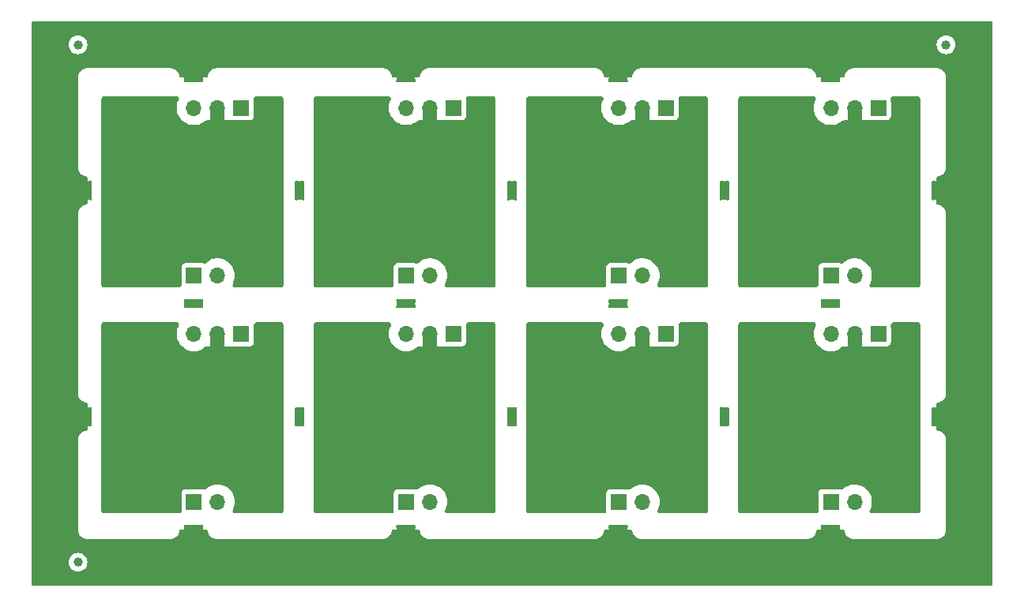
<source format=gbr>
%TF.GenerationSoftware,KiCad,Pcbnew,8.0.6*%
%TF.CreationDate,2024-11-11T11:34:17+07:00*%
%TF.ProjectId,HV-BOARD - pannel,48562d42-4f41-4524-9420-2d2070616e6e,rev?*%
%TF.SameCoordinates,Original*%
%TF.FileFunction,Copper,L2,Bot*%
%TF.FilePolarity,Positive*%
%FSLAX46Y46*%
G04 Gerber Fmt 4.6, Leading zero omitted, Abs format (unit mm)*
G04 Created by KiCad (PCBNEW 8.0.6) date 2024-11-11 11:34:17*
%MOMM*%
%LPD*%
G01*
G04 APERTURE LIST*
%TA.AperFunction,ComponentPad*%
%ADD10R,1.700000X1.700000*%
%TD*%
%TA.AperFunction,ComponentPad*%
%ADD11O,1.700000X1.700000*%
%TD*%
%TA.AperFunction,SMDPad,CuDef*%
%ADD12C,1.000000*%
%TD*%
%TA.AperFunction,ViaPad*%
%ADD13C,0.800000*%
%TD*%
%TA.AperFunction,Conductor*%
%ADD14C,1.500000*%
%TD*%
%TA.AperFunction,Conductor*%
%ADD15C,0.500000*%
%TD*%
G04 APERTURE END LIST*
D10*
%TO.P,J5,1,Pin_1*%
%TO.N,Board_7-OE*%
X90749995Y-33500001D03*
D11*
%TO.P,J5,2,Pin_2*%
%TO.N,Board_7-GND*%
X88209995Y-33500001D03*
%TO.P,J5,3,Pin_3*%
%TO.N,Board_7--HV*%
X85669995Y-33500001D03*
%TD*%
D10*
%TO.P,J5,1,Pin_1*%
%TO.N,Board_0-OE*%
X22499998Y-9250001D03*
D11*
%TO.P,J5,2,Pin_2*%
%TO.N,Board_0-GND*%
X19959998Y-9250001D03*
%TO.P,J5,3,Pin_3*%
%TO.N,Board_0--HV*%
X17419998Y-9250001D03*
%TD*%
D10*
%TO.P,J5,1,Pin_1*%
%TO.N,Board_2-OE*%
X67999996Y-9250001D03*
D11*
%TO.P,J5,2,Pin_2*%
%TO.N,Board_2-GND*%
X65459996Y-9250001D03*
%TO.P,J5,3,Pin_3*%
%TO.N,Board_2--HV*%
X62919996Y-9250001D03*
%TD*%
D10*
%TO.P,J7,1,Pin_1*%
%TO.N,Board_5-+5V*%
X40169997Y-51500001D03*
D11*
%TO.P,J7,2,Pin_2*%
%TO.N,Board_5-+HV*%
X42709997Y-51500001D03*
%TD*%
D10*
%TO.P,J5,1,Pin_1*%
%TO.N,Board_4-OE*%
X22499998Y-33500001D03*
D11*
%TO.P,J5,2,Pin_2*%
%TO.N,Board_4-GND*%
X19959998Y-33500001D03*
%TO.P,J5,3,Pin_3*%
%TO.N,Board_4--HV*%
X17419998Y-33500001D03*
%TD*%
D10*
%TO.P,J7,1,Pin_1*%
%TO.N,Board_4-+5V*%
X17419998Y-51500001D03*
D11*
%TO.P,J7,2,Pin_2*%
%TO.N,Board_4-+HV*%
X19959998Y-51500001D03*
%TD*%
D12*
%TO.P,KiKit_FID_B_1,*%
%TO.N,*%
X5000000Y-2500000D03*
%TD*%
D10*
%TO.P,J5,1,Pin_1*%
%TO.N,Board_6-OE*%
X67999996Y-33500001D03*
D11*
%TO.P,J5,2,Pin_2*%
%TO.N,Board_6-GND*%
X65459996Y-33500001D03*
%TO.P,J5,3,Pin_3*%
%TO.N,Board_6--HV*%
X62919996Y-33500001D03*
%TD*%
D12*
%TO.P,KiKit_FID_B_2,*%
%TO.N,*%
X97999995Y-2500000D03*
%TD*%
D10*
%TO.P,J5,1,Pin_1*%
%TO.N,Board_5-OE*%
X45249997Y-33500001D03*
D11*
%TO.P,J5,2,Pin_2*%
%TO.N,Board_5-GND*%
X42709997Y-33500001D03*
%TO.P,J5,3,Pin_3*%
%TO.N,Board_5--HV*%
X40169997Y-33500001D03*
%TD*%
D10*
%TO.P,J7,1,Pin_1*%
%TO.N,Board_3-+5V*%
X85669995Y-27250001D03*
D11*
%TO.P,J7,2,Pin_2*%
%TO.N,Board_3-+HV*%
X88209995Y-27250001D03*
%TD*%
D10*
%TO.P,J7,1,Pin_1*%
%TO.N,Board_1-+5V*%
X40169997Y-27250001D03*
D11*
%TO.P,J7,2,Pin_2*%
%TO.N,Board_1-+HV*%
X42709997Y-27250001D03*
%TD*%
D12*
%TO.P,KiKit_FID_B_3,*%
%TO.N,*%
X5000000Y-58000001D03*
%TD*%
D10*
%TO.P,J5,1,Pin_1*%
%TO.N,Board_1-OE*%
X45249997Y-9250001D03*
D11*
%TO.P,J5,2,Pin_2*%
%TO.N,Board_1-GND*%
X42709997Y-9250001D03*
%TO.P,J5,3,Pin_3*%
%TO.N,Board_1--HV*%
X40169997Y-9250001D03*
%TD*%
D10*
%TO.P,J7,1,Pin_1*%
%TO.N,Board_6-+5V*%
X62919996Y-51500001D03*
D11*
%TO.P,J7,2,Pin_2*%
%TO.N,Board_6-+HV*%
X65459996Y-51500001D03*
%TD*%
D10*
%TO.P,J7,1,Pin_1*%
%TO.N,Board_2-+5V*%
X62919996Y-27250001D03*
D11*
%TO.P,J7,2,Pin_2*%
%TO.N,Board_2-+HV*%
X65459996Y-27250001D03*
%TD*%
D10*
%TO.P,J5,1,Pin_1*%
%TO.N,Board_3-OE*%
X90749995Y-9250001D03*
D11*
%TO.P,J5,2,Pin_2*%
%TO.N,Board_3-GND*%
X88209995Y-9250001D03*
%TO.P,J5,3,Pin_3*%
%TO.N,Board_3--HV*%
X85669995Y-9250001D03*
%TD*%
D10*
%TO.P,J7,1,Pin_1*%
%TO.N,Board_7-+5V*%
X85669995Y-51500001D03*
D11*
%TO.P,J7,2,Pin_2*%
%TO.N,Board_7-+HV*%
X88209995Y-51500001D03*
%TD*%
D10*
%TO.P,J7,1,Pin_1*%
%TO.N,Board_0-+5V*%
X17419998Y-27250001D03*
D11*
%TO.P,J7,2,Pin_2*%
%TO.N,Board_0-+HV*%
X19959998Y-27250001D03*
%TD*%
D13*
%TO.N,Board_0-GND*%
X8999998Y-9500001D03*
X7999998Y-24500001D03*
X9249998Y-12750001D03*
X15749998Y-18750001D03*
X7999998Y-12750001D03*
X26499998Y-17000001D03*
X26499998Y-25000001D03*
X26499998Y-21250001D03*
X26499998Y-8500001D03*
X12499998Y-18750001D03*
X26499998Y-12500001D03*
X18749998Y-13250001D03*
X18999998Y-15750001D03*
X19749998Y-21250001D03*
X7999998Y-8500001D03*
X14499998Y-15750001D03*
X24249998Y-8500001D03*
X11249998Y-15750001D03*
X23499998Y-21750001D03*
X12499998Y-21250001D03*
X12249998Y-11750001D03*
X7999998Y-28000001D03*
X19749998Y-18750001D03*
X23499998Y-15250001D03*
X23499998Y-18750001D03*
%TO.N,Board_1-GND*%
X30749997Y-24500001D03*
X46999997Y-8500001D03*
X42499997Y-21250001D03*
X46249997Y-21750001D03*
X34999997Y-11750001D03*
X33999997Y-15750001D03*
X46249997Y-15250001D03*
X49249997Y-8500001D03*
X49249997Y-12500001D03*
X42499997Y-18750001D03*
X41499997Y-13250001D03*
X37249997Y-15750001D03*
X31999997Y-12750001D03*
X49249997Y-21250001D03*
X30749997Y-12750001D03*
X30749997Y-28000001D03*
X49249997Y-17000001D03*
X30749997Y-8500001D03*
X49249997Y-25000001D03*
X41749997Y-15750001D03*
X38499997Y-18750001D03*
X46249997Y-18750001D03*
X35249997Y-21250001D03*
X31749997Y-9500001D03*
X35249997Y-18750001D03*
%TO.N,Board_2-GND*%
X61249996Y-18750001D03*
X71999996Y-8500001D03*
X54749996Y-12750001D03*
X53499996Y-12750001D03*
X57999996Y-21250001D03*
X71999996Y-17000001D03*
X65249996Y-21250001D03*
X57749996Y-11750001D03*
X64499996Y-15750001D03*
X71999996Y-21250001D03*
X71999996Y-25000001D03*
X53499996Y-8500001D03*
X71999996Y-12500001D03*
X68999996Y-18750001D03*
X59999996Y-15750001D03*
X57999996Y-18750001D03*
X68999996Y-21750001D03*
X65249996Y-18750001D03*
X69749996Y-8500001D03*
X64249996Y-13250001D03*
X53499996Y-24500001D03*
X56749996Y-15750001D03*
X68999996Y-15250001D03*
X54499996Y-9500001D03*
X53499996Y-28000001D03*
%TO.N,Board_3-GND*%
X83999995Y-18750001D03*
X86999995Y-13250001D03*
X87999995Y-18750001D03*
X80749995Y-21250001D03*
X82749995Y-15750001D03*
X94749995Y-12500001D03*
X76249995Y-24500001D03*
X94749995Y-17000001D03*
X94749995Y-8500001D03*
X79499995Y-15750001D03*
X76249995Y-8500001D03*
X91749995Y-18750001D03*
X77249995Y-9500001D03*
X91749995Y-21750001D03*
X80499995Y-11750001D03*
X80749995Y-18750001D03*
X87999995Y-21250001D03*
X92499995Y-8500001D03*
X77499995Y-12750001D03*
X94749995Y-21250001D03*
X91749995Y-15250001D03*
X76249995Y-12750001D03*
X87249995Y-15750001D03*
X94749995Y-25000001D03*
X76249995Y-28000001D03*
%TO.N,Board_4-GND*%
X26499998Y-49250001D03*
X19749998Y-45500001D03*
X12499998Y-45500001D03*
X26499998Y-36750001D03*
X26499998Y-32750001D03*
X26499998Y-45500001D03*
X23499998Y-39500001D03*
X24249998Y-32750001D03*
X12499998Y-43000001D03*
X23499998Y-43000001D03*
X9249998Y-37000001D03*
X19749998Y-43000001D03*
X12249998Y-36000001D03*
X18749998Y-37500001D03*
X7999998Y-32750001D03*
X11249998Y-40000001D03*
X18999998Y-40000001D03*
X7999998Y-48750001D03*
X14499998Y-40000001D03*
X7999998Y-37000001D03*
X15749998Y-43000001D03*
X7999998Y-52250001D03*
X26499998Y-41250001D03*
X23499998Y-46000001D03*
X8999998Y-33750001D03*
%TO.N,Board_5-GND*%
X30749997Y-37000001D03*
X30749997Y-52250001D03*
X35249997Y-45500001D03*
X38499997Y-43000001D03*
X33999997Y-40000001D03*
X49249997Y-45500001D03*
X49249997Y-32750001D03*
X42499997Y-45500001D03*
X30749997Y-48750001D03*
X46249997Y-43000001D03*
X30749997Y-32750001D03*
X42499997Y-43000001D03*
X31999997Y-37000001D03*
X41749997Y-40000001D03*
X49249997Y-36750001D03*
X31749997Y-33750001D03*
X41499997Y-37500001D03*
X35249997Y-43000001D03*
X46249997Y-39500001D03*
X46999997Y-32750001D03*
X34999997Y-36000001D03*
X37249997Y-40000001D03*
X49249997Y-49250001D03*
X46249997Y-46000001D03*
X49249997Y-41250001D03*
%TO.N,Board_6-GND*%
X71999996Y-32750001D03*
X65249996Y-45500001D03*
X68999996Y-39500001D03*
X57749996Y-36000001D03*
X57999996Y-43000001D03*
X59999996Y-40000001D03*
X68999996Y-43000001D03*
X53499996Y-48750001D03*
X61249996Y-43000001D03*
X69749996Y-32750001D03*
X56749996Y-40000001D03*
X71999996Y-36750001D03*
X53499996Y-52250001D03*
X71999996Y-49250001D03*
X53499996Y-32750001D03*
X64249996Y-37500001D03*
X71999996Y-41250001D03*
X68999996Y-46000001D03*
X54499996Y-33750001D03*
X53499996Y-37000001D03*
X57999996Y-45500001D03*
X71999996Y-45500001D03*
X64499996Y-40000001D03*
X65249996Y-43000001D03*
X54749996Y-37000001D03*
%TO.N,Board_7-GND*%
X87249995Y-40000001D03*
X94749995Y-41250001D03*
X91749995Y-46000001D03*
X76249995Y-37000001D03*
X80749995Y-45500001D03*
X94749995Y-36750001D03*
X86999995Y-37500001D03*
X76249995Y-52250001D03*
X94749995Y-32750001D03*
X80749995Y-43000001D03*
X94749995Y-45500001D03*
X82749995Y-40000001D03*
X87999995Y-45500001D03*
X92499995Y-32750001D03*
X91749995Y-39500001D03*
X76249995Y-48750001D03*
X91749995Y-43000001D03*
X87999995Y-43000001D03*
X77499995Y-37000001D03*
X80499995Y-36000001D03*
X76249995Y-32750001D03*
X77249995Y-33750001D03*
X79499995Y-40000001D03*
X83999995Y-43000001D03*
X94749995Y-49250001D03*
%TD*%
D14*
%TO.N,Board_0-GND*%
X19959998Y-9250001D02*
X19959998Y-11190001D01*
D15*
X19959998Y-11190001D02*
X19949998Y-11200001D01*
%TO.N,Board_1-GND*%
X42709997Y-11190001D02*
X42699997Y-11200001D01*
D14*
X42709997Y-9250001D02*
X42709997Y-11190001D01*
%TO.N,Board_2-GND*%
X65459996Y-9250001D02*
X65459996Y-11190001D01*
D15*
X65459996Y-11190001D02*
X65449996Y-11200001D01*
D14*
%TO.N,Board_3-GND*%
X88209995Y-9250001D02*
X88209995Y-11190001D01*
D15*
X88209995Y-11190001D02*
X88199995Y-11200001D01*
%TO.N,Board_4-GND*%
X19959998Y-35440001D02*
X19949998Y-35450001D01*
D14*
X19959998Y-33500001D02*
X19959998Y-35440001D01*
%TO.N,Board_5-GND*%
X42709997Y-33500001D02*
X42709997Y-35440001D01*
D15*
X42709997Y-35440001D02*
X42699997Y-35450001D01*
D14*
%TO.N,Board_6-GND*%
X65459996Y-33500001D02*
X65459996Y-35440001D01*
D15*
X65459996Y-35440001D02*
X65449996Y-35450001D01*
%TO.N,Board_7-GND*%
X88209995Y-35440001D02*
X88199995Y-35450001D01*
D14*
X88209995Y-33500001D02*
X88209995Y-35440001D01*
%TD*%
%TA.AperFunction,Conductor*%
%TO.N,Board_6-GND*%
G36*
X61169767Y-32268955D02*
G01*
X61250549Y-32322931D01*
X61304525Y-32403713D01*
X61323479Y-32499001D01*
X61304525Y-32594289D01*
X61293025Y-32618324D01*
X61232422Y-32729312D01*
X61139919Y-32977323D01*
X61083653Y-33235975D01*
X61064769Y-33500001D01*
X61083653Y-33764027D01*
X61139919Y-34022679D01*
X61205749Y-34199178D01*
X61232421Y-34270688D01*
X61232423Y-34270692D01*
X61334418Y-34457482D01*
X61359280Y-34503012D01*
X61517909Y-34714916D01*
X61705081Y-34902088D01*
X61916985Y-35060717D01*
X62149307Y-35187575D01*
X62397318Y-35280078D01*
X62655970Y-35336344D01*
X62919996Y-35355228D01*
X63184022Y-35336344D01*
X63442674Y-35280078D01*
X63690685Y-35187575D01*
X63923007Y-35060717D01*
X64134911Y-34902088D01*
X64134915Y-34902083D01*
X64138145Y-34899666D01*
X64225785Y-34857736D01*
X64287365Y-34850001D01*
X65209995Y-34850001D01*
X65709997Y-34850001D01*
X67086126Y-34850001D01*
X67099454Y-34850358D01*
X67102106Y-34850499D01*
X67102123Y-34850501D01*
X68897868Y-34850500D01*
X68957479Y-34844092D01*
X69092327Y-34793797D01*
X69207542Y-34707547D01*
X69293792Y-34592332D01*
X69344087Y-34457484D01*
X69350496Y-34397874D01*
X69350495Y-32602129D01*
X69344087Y-32542518D01*
X69344086Y-32542517D01*
X69342422Y-32527029D01*
X69346281Y-32526614D01*
X69343857Y-32459235D01*
X69377785Y-32368197D01*
X69443970Y-32297073D01*
X69532335Y-32256690D01*
X69589661Y-32250001D01*
X72250996Y-32250001D01*
X72346284Y-32268955D01*
X72427066Y-32322931D01*
X72481042Y-32403713D01*
X72499996Y-32499001D01*
X72499996Y-52501001D01*
X72481042Y-52596289D01*
X72427066Y-52677071D01*
X72346284Y-52731047D01*
X72250996Y-52750001D01*
X67305513Y-52750001D01*
X67210225Y-52731047D01*
X67129443Y-52677071D01*
X67075467Y-52596289D01*
X67056513Y-52501001D01*
X67075467Y-52405713D01*
X67086966Y-52381677D01*
X67147570Y-52270690D01*
X67240073Y-52022679D01*
X67296339Y-51764027D01*
X67315223Y-51500001D01*
X67296339Y-51235975D01*
X67240073Y-50977323D01*
X67147570Y-50729312D01*
X67020712Y-50496990D01*
X66862083Y-50285086D01*
X66674911Y-50097914D01*
X66463007Y-49939285D01*
X66230685Y-49812427D01*
X66230683Y-49812426D01*
X66159173Y-49785754D01*
X65982674Y-49719924D01*
X65780289Y-49675898D01*
X65724023Y-49663658D01*
X65459996Y-49644774D01*
X65195968Y-49663658D01*
X65083436Y-49688138D01*
X64937318Y-49719924D01*
X64865806Y-49746596D01*
X64689308Y-49812426D01*
X64689304Y-49812428D01*
X64456991Y-49939281D01*
X64456984Y-49939285D01*
X64245086Y-50097909D01*
X64245082Y-50097913D01*
X64216126Y-50126868D01*
X64135343Y-50180842D01*
X64040054Y-50199793D01*
X63953047Y-50184094D01*
X63877480Y-50155910D01*
X63877481Y-50155910D01*
X63817869Y-50149501D01*
X62022130Y-50149501D01*
X62022126Y-50149501D01*
X62022124Y-50149502D01*
X62009310Y-50150879D01*
X61962515Y-50155909D01*
X61962511Y-50155910D01*
X61827666Y-50206204D01*
X61712451Y-50292454D01*
X61712449Y-50292456D01*
X61626200Y-50407670D01*
X61575904Y-50542519D01*
X61569496Y-50602124D01*
X61569496Y-52397866D01*
X61569497Y-52397870D01*
X61577570Y-52472973D01*
X61573710Y-52473387D01*
X61576135Y-52540767D01*
X61542207Y-52631805D01*
X61476022Y-52702929D01*
X61387657Y-52743312D01*
X61330331Y-52750001D01*
X53248996Y-52750001D01*
X53153708Y-52731047D01*
X53072926Y-52677071D01*
X53018950Y-52596289D01*
X52999996Y-52501001D01*
X52999996Y-32499001D01*
X53018950Y-32403713D01*
X53072926Y-32322931D01*
X53153708Y-32268955D01*
X53248996Y-32250001D01*
X61074479Y-32250001D01*
X61169767Y-32268955D01*
G37*
%TD.AperFunction*%
%TA.AperFunction,Conductor*%
G36*
X65709996Y-34658001D02*
G01*
X65209996Y-34591334D01*
X65209996Y-33935502D01*
X65317681Y-33984681D01*
X65424233Y-34000001D01*
X65495759Y-34000001D01*
X65602311Y-33984681D01*
X65709996Y-33935502D01*
X65709996Y-34658001D01*
G37*
%TD.AperFunction*%
%TD*%
%TA.AperFunction,Conductor*%
%TO.N,Board_5-GND*%
G36*
X38419768Y-32268955D02*
G01*
X38500550Y-32322931D01*
X38554526Y-32403713D01*
X38573480Y-32499001D01*
X38554526Y-32594289D01*
X38543026Y-32618324D01*
X38482423Y-32729312D01*
X38389920Y-32977323D01*
X38333654Y-33235975D01*
X38314770Y-33500001D01*
X38333654Y-33764027D01*
X38389920Y-34022679D01*
X38455750Y-34199178D01*
X38482422Y-34270688D01*
X38482424Y-34270692D01*
X38584419Y-34457482D01*
X38609281Y-34503012D01*
X38767910Y-34714916D01*
X38955082Y-34902088D01*
X39166986Y-35060717D01*
X39399308Y-35187575D01*
X39647319Y-35280078D01*
X39905971Y-35336344D01*
X40169997Y-35355228D01*
X40434023Y-35336344D01*
X40692675Y-35280078D01*
X40940686Y-35187575D01*
X41173008Y-35060717D01*
X41384912Y-34902088D01*
X41384916Y-34902083D01*
X41388146Y-34899666D01*
X41475786Y-34857736D01*
X41537366Y-34850001D01*
X42459996Y-34850001D01*
X42959998Y-34850001D01*
X44336127Y-34850001D01*
X44349455Y-34850358D01*
X44352107Y-34850499D01*
X44352124Y-34850501D01*
X46147869Y-34850500D01*
X46207480Y-34844092D01*
X46342328Y-34793797D01*
X46457543Y-34707547D01*
X46543793Y-34592332D01*
X46594088Y-34457484D01*
X46600497Y-34397874D01*
X46600496Y-32602129D01*
X46594088Y-32542518D01*
X46594087Y-32542517D01*
X46592423Y-32527029D01*
X46596282Y-32526614D01*
X46593858Y-32459235D01*
X46627786Y-32368197D01*
X46693971Y-32297073D01*
X46782336Y-32256690D01*
X46839662Y-32250001D01*
X49500997Y-32250001D01*
X49596285Y-32268955D01*
X49677067Y-32322931D01*
X49731043Y-32403713D01*
X49749997Y-32499001D01*
X49749997Y-52501001D01*
X49731043Y-52596289D01*
X49677067Y-52677071D01*
X49596285Y-52731047D01*
X49500997Y-52750001D01*
X44555514Y-52750001D01*
X44460226Y-52731047D01*
X44379444Y-52677071D01*
X44325468Y-52596289D01*
X44306514Y-52501001D01*
X44325468Y-52405713D01*
X44336967Y-52381677D01*
X44397571Y-52270690D01*
X44490074Y-52022679D01*
X44546340Y-51764027D01*
X44565224Y-51500001D01*
X44546340Y-51235975D01*
X44490074Y-50977323D01*
X44397571Y-50729312D01*
X44270713Y-50496990D01*
X44112084Y-50285086D01*
X43924912Y-50097914D01*
X43713008Y-49939285D01*
X43480686Y-49812427D01*
X43480684Y-49812426D01*
X43409174Y-49785754D01*
X43232675Y-49719924D01*
X43030290Y-49675898D01*
X42974024Y-49663658D01*
X42709997Y-49644774D01*
X42445969Y-49663658D01*
X42333437Y-49688138D01*
X42187319Y-49719924D01*
X42115807Y-49746596D01*
X41939309Y-49812426D01*
X41939305Y-49812428D01*
X41706992Y-49939281D01*
X41706985Y-49939285D01*
X41495087Y-50097909D01*
X41495083Y-50097913D01*
X41466127Y-50126868D01*
X41385344Y-50180842D01*
X41290055Y-50199793D01*
X41203048Y-50184094D01*
X41127481Y-50155910D01*
X41127482Y-50155910D01*
X41067870Y-50149501D01*
X39272131Y-50149501D01*
X39272127Y-50149501D01*
X39272125Y-50149502D01*
X39259311Y-50150879D01*
X39212516Y-50155909D01*
X39212512Y-50155910D01*
X39077667Y-50206204D01*
X38962452Y-50292454D01*
X38962450Y-50292456D01*
X38876201Y-50407670D01*
X38825905Y-50542519D01*
X38819497Y-50602124D01*
X38819497Y-52397866D01*
X38819498Y-52397870D01*
X38827571Y-52472973D01*
X38823711Y-52473387D01*
X38826136Y-52540767D01*
X38792208Y-52631805D01*
X38726023Y-52702929D01*
X38637658Y-52743312D01*
X38580332Y-52750001D01*
X30498997Y-52750001D01*
X30403709Y-52731047D01*
X30322927Y-52677071D01*
X30268951Y-52596289D01*
X30249997Y-52501001D01*
X30249997Y-32499001D01*
X30268951Y-32403713D01*
X30322927Y-32322931D01*
X30403709Y-32268955D01*
X30498997Y-32250001D01*
X38324480Y-32250001D01*
X38419768Y-32268955D01*
G37*
%TD.AperFunction*%
%TA.AperFunction,Conductor*%
G36*
X42959997Y-34658001D02*
G01*
X42459997Y-34591334D01*
X42459997Y-33935502D01*
X42567682Y-33984681D01*
X42674234Y-34000001D01*
X42745760Y-34000001D01*
X42852312Y-33984681D01*
X42959997Y-33935502D01*
X42959997Y-34658001D01*
G37*
%TD.AperFunction*%
%TD*%
%TA.AperFunction,NonConductor*%
G36*
X86624996Y-6000954D02*
G01*
X86625147Y-6013265D01*
X86626350Y-6062293D01*
X86627554Y-6086807D01*
X86631162Y-6135712D01*
X86633568Y-6160138D01*
X86639567Y-6208783D01*
X86643168Y-6233060D01*
X86651552Y-6281371D01*
X86656338Y-6305432D01*
X86666084Y-6348835D01*
X86661564Y-6418558D01*
X86620067Y-6474770D01*
X86554767Y-6499623D01*
X86545096Y-6500001D01*
X86202812Y-6500001D01*
X86195183Y-6499501D01*
X86190888Y-6499501D01*
X86059104Y-6499501D01*
X86054809Y-6499501D01*
X86047180Y-6500001D01*
X85202812Y-6500001D01*
X85195183Y-6499501D01*
X85190888Y-6499501D01*
X85059104Y-6499501D01*
X85054809Y-6499501D01*
X85047180Y-6500001D01*
X84704896Y-6500001D01*
X84637857Y-6480316D01*
X84592102Y-6427512D01*
X84582158Y-6358354D01*
X84583908Y-6348835D01*
X84593651Y-6305447D01*
X84598439Y-6281377D01*
X84606822Y-6233066D01*
X84610423Y-6208790D01*
X84616425Y-6160126D01*
X84618830Y-6135703D01*
X84622438Y-6086802D01*
X84623642Y-6062290D01*
X84624845Y-6013259D01*
X84624996Y-6000989D01*
X84624996Y-6000001D01*
X86624996Y-6000001D01*
X86624996Y-6000954D01*
G37*
%TD.AperFunction*%
%TA.AperFunction,NonConductor*%
G36*
X63874997Y-6000954D02*
G01*
X63875148Y-6013265D01*
X63876351Y-6062293D01*
X63877555Y-6086807D01*
X63881163Y-6135712D01*
X63883569Y-6160138D01*
X63889568Y-6208783D01*
X63893169Y-6233060D01*
X63901553Y-6281371D01*
X63906339Y-6305432D01*
X63916085Y-6348835D01*
X63911565Y-6418558D01*
X63870068Y-6474770D01*
X63804768Y-6499623D01*
X63795097Y-6500001D01*
X63452813Y-6500001D01*
X63445184Y-6499501D01*
X63440889Y-6499501D01*
X63309105Y-6499501D01*
X63304810Y-6499501D01*
X63297181Y-6500001D01*
X62452813Y-6500001D01*
X62445184Y-6499501D01*
X62440889Y-6499501D01*
X62309105Y-6499501D01*
X62304810Y-6499501D01*
X62297181Y-6500001D01*
X61954897Y-6500001D01*
X61887858Y-6480316D01*
X61842103Y-6427512D01*
X61832159Y-6358354D01*
X61833909Y-6348835D01*
X61843652Y-6305447D01*
X61848440Y-6281377D01*
X61856823Y-6233066D01*
X61860424Y-6208790D01*
X61866426Y-6160126D01*
X61868831Y-6135703D01*
X61872439Y-6086802D01*
X61873643Y-6062290D01*
X61874846Y-6013259D01*
X61874997Y-6000989D01*
X61874997Y-6000001D01*
X63874997Y-6000001D01*
X63874997Y-6000954D01*
G37*
%TD.AperFunction*%
%TA.AperFunction,NonConductor*%
G36*
X41124998Y-6000954D02*
G01*
X41125149Y-6013265D01*
X41126352Y-6062293D01*
X41127556Y-6086807D01*
X41131164Y-6135712D01*
X41133570Y-6160138D01*
X41139569Y-6208783D01*
X41143170Y-6233060D01*
X41151554Y-6281371D01*
X41156340Y-6305432D01*
X41166086Y-6348835D01*
X41161566Y-6418558D01*
X41120069Y-6474770D01*
X41054769Y-6499623D01*
X41045098Y-6500001D01*
X40702814Y-6500001D01*
X40695185Y-6499501D01*
X40690890Y-6499501D01*
X40559106Y-6499501D01*
X40554811Y-6499501D01*
X40547182Y-6500001D01*
X39702814Y-6500001D01*
X39695185Y-6499501D01*
X39690890Y-6499501D01*
X39559106Y-6499501D01*
X39554811Y-6499501D01*
X39547182Y-6500001D01*
X39204898Y-6500001D01*
X39137859Y-6480316D01*
X39092104Y-6427512D01*
X39082160Y-6358354D01*
X39083910Y-6348835D01*
X39093653Y-6305447D01*
X39098441Y-6281377D01*
X39106824Y-6233066D01*
X39110425Y-6208790D01*
X39116427Y-6160126D01*
X39118832Y-6135703D01*
X39122440Y-6086802D01*
X39123644Y-6062290D01*
X39124847Y-6013259D01*
X39124998Y-6000989D01*
X39124998Y-6000001D01*
X41124998Y-6000001D01*
X41124998Y-6000954D01*
G37*
%TD.AperFunction*%
%TA.AperFunction,NonConductor*%
G36*
X18374999Y-6000954D02*
G01*
X18375150Y-6013265D01*
X18376353Y-6062293D01*
X18377557Y-6086807D01*
X18381165Y-6135712D01*
X18383571Y-6160138D01*
X18389570Y-6208783D01*
X18393171Y-6233060D01*
X18401555Y-6281371D01*
X18406341Y-6305432D01*
X18416087Y-6348835D01*
X18411567Y-6418558D01*
X18370070Y-6474770D01*
X18304770Y-6499623D01*
X18295099Y-6500001D01*
X17952815Y-6500001D01*
X17945186Y-6499501D01*
X17940891Y-6499501D01*
X17809107Y-6499501D01*
X17804812Y-6499501D01*
X17797183Y-6500001D01*
X16952816Y-6500001D01*
X16945187Y-6499501D01*
X16940892Y-6499501D01*
X16809108Y-6499501D01*
X16804813Y-6499501D01*
X16797184Y-6500001D01*
X16454900Y-6500001D01*
X16387861Y-6480316D01*
X16342106Y-6427512D01*
X16332162Y-6358354D01*
X16333912Y-6348835D01*
X16343655Y-6305447D01*
X16348443Y-6281377D01*
X16356826Y-6233066D01*
X16360427Y-6208790D01*
X16366429Y-6160126D01*
X16368834Y-6135703D01*
X16372442Y-6086802D01*
X16373646Y-6062290D01*
X16374849Y-6013259D01*
X16375000Y-6000989D01*
X16375000Y-6000001D01*
X18374999Y-6000001D01*
X18374999Y-6000954D01*
G37*
%TD.AperFunction*%
%TA.AperFunction,NonConductor*%
G36*
X96651143Y-17083909D02*
G01*
X96694549Y-17093656D01*
X96718619Y-17098444D01*
X96760539Y-17105718D01*
X96766935Y-17106828D01*
X96791212Y-17110429D01*
X96814926Y-17113353D01*
X96839871Y-17116430D01*
X96861398Y-17118549D01*
X96864283Y-17118834D01*
X96864286Y-17118834D01*
X96864294Y-17118835D01*
X96913194Y-17122443D01*
X96937706Y-17123647D01*
X96986737Y-17124850D01*
X96999007Y-17125001D01*
X96999995Y-17125001D01*
X96999994Y-19125000D01*
X96999042Y-19125000D01*
X96999007Y-19125000D01*
X96988782Y-19125125D01*
X96986730Y-19125151D01*
X96937702Y-19126354D01*
X96913188Y-19127558D01*
X96864282Y-19131166D01*
X96839856Y-19133572D01*
X96791212Y-19139571D01*
X96766935Y-19143172D01*
X96718624Y-19151556D01*
X96694563Y-19156342D01*
X96694554Y-19156343D01*
X96694549Y-19156345D01*
X96651160Y-19166087D01*
X96581438Y-19161568D01*
X96525226Y-19120071D01*
X96500373Y-19054771D01*
X96499995Y-19045100D01*
X96499995Y-18702816D01*
X96500495Y-18695186D01*
X96500495Y-18554815D01*
X96499995Y-18547185D01*
X96499995Y-17702817D01*
X96500495Y-17695187D01*
X96500495Y-17554816D01*
X96499995Y-17547186D01*
X96499995Y-17204900D01*
X96519680Y-17137861D01*
X96572484Y-17092106D01*
X96641642Y-17082162D01*
X96651143Y-17083909D01*
G37*
%TD.AperFunction*%
%TA.AperFunction,NonConductor*%
G36*
X6418556Y-17088431D02*
G01*
X6474768Y-17129927D01*
X6499623Y-17195226D01*
X6500001Y-17204900D01*
X6500001Y-17547186D01*
X6499501Y-17554816D01*
X6499501Y-17695187D01*
X6500001Y-17702817D01*
X6500001Y-18547185D01*
X6499501Y-18554815D01*
X6499501Y-18695186D01*
X6500001Y-18702816D01*
X6500001Y-19045100D01*
X6480316Y-19112139D01*
X6427512Y-19157894D01*
X6358354Y-19167838D01*
X6348838Y-19166088D01*
X6305447Y-19156345D01*
X6281377Y-19151557D01*
X6279384Y-19151211D01*
X6233060Y-19143172D01*
X6208783Y-19139571D01*
X6160138Y-19133572D01*
X6135712Y-19131166D01*
X6086807Y-19127558D01*
X6062293Y-19126354D01*
X6013265Y-19125151D01*
X6011463Y-19125128D01*
X6000989Y-19125000D01*
X6000954Y-19125000D01*
X6000001Y-19125000D01*
X6000002Y-17125001D01*
X6000954Y-17125001D01*
X6000989Y-17125001D01*
X6013259Y-17124850D01*
X6062290Y-17123647D01*
X6086802Y-17122443D01*
X6135703Y-17118835D01*
X6160126Y-17116430D01*
X6196318Y-17111966D01*
X6208783Y-17110429D01*
X6233060Y-17106828D01*
X6233066Y-17106827D01*
X6281377Y-17098444D01*
X6305447Y-17093656D01*
X6348834Y-17083913D01*
X6418556Y-17088431D01*
G37*
%TD.AperFunction*%
%TA.AperFunction,NonConductor*%
G36*
X96651143Y-41333908D02*
G01*
X96694549Y-41343655D01*
X96718619Y-41348443D01*
X96760539Y-41355717D01*
X96766935Y-41356827D01*
X96791212Y-41360428D01*
X96814926Y-41363352D01*
X96839871Y-41366429D01*
X96861398Y-41368548D01*
X96864283Y-41368833D01*
X96864286Y-41368833D01*
X96864294Y-41368834D01*
X96913194Y-41372442D01*
X96937706Y-41373646D01*
X96986737Y-41374849D01*
X96999007Y-41375000D01*
X96999995Y-41375000D01*
X96999994Y-43375000D01*
X96999042Y-43375000D01*
X96999007Y-43375000D01*
X96988782Y-43375125D01*
X96986730Y-43375151D01*
X96937702Y-43376354D01*
X96913188Y-43377558D01*
X96864282Y-43381166D01*
X96839856Y-43383572D01*
X96791212Y-43389571D01*
X96766935Y-43393172D01*
X96718624Y-43401556D01*
X96694563Y-43406342D01*
X96694554Y-43406343D01*
X96694549Y-43406345D01*
X96651160Y-43416087D01*
X96581438Y-43411568D01*
X96525226Y-43370071D01*
X96500373Y-43304771D01*
X96499995Y-43295100D01*
X96499995Y-42952816D01*
X96500495Y-42945186D01*
X96500495Y-42804815D01*
X96499995Y-42797185D01*
X96499995Y-41952816D01*
X96500495Y-41945186D01*
X96500495Y-41804815D01*
X96499995Y-41797185D01*
X96499995Y-41454899D01*
X96519680Y-41387860D01*
X96572484Y-41342105D01*
X96641642Y-41332161D01*
X96651143Y-41333908D01*
G37*
%TD.AperFunction*%
%TA.AperFunction,NonConductor*%
G36*
X6418556Y-41338430D02*
G01*
X6474768Y-41379926D01*
X6499623Y-41445225D01*
X6500001Y-41454899D01*
X6500001Y-41797185D01*
X6499501Y-41804815D01*
X6499501Y-41945186D01*
X6500001Y-41952816D01*
X6500001Y-42797185D01*
X6499501Y-42804815D01*
X6499501Y-42945186D01*
X6500001Y-42952816D01*
X6500001Y-43295100D01*
X6480316Y-43362139D01*
X6427512Y-43407894D01*
X6358354Y-43417838D01*
X6348838Y-43416088D01*
X6305447Y-43406345D01*
X6281377Y-43401557D01*
X6279384Y-43401211D01*
X6233060Y-43393172D01*
X6208783Y-43389571D01*
X6160138Y-43383572D01*
X6135712Y-43381166D01*
X6086807Y-43377558D01*
X6062293Y-43376354D01*
X6013265Y-43375151D01*
X6011463Y-43375128D01*
X6000989Y-43375000D01*
X6000954Y-43375000D01*
X6000001Y-43375000D01*
X6000002Y-41375000D01*
X6000954Y-41375000D01*
X6000989Y-41375000D01*
X6013259Y-41374849D01*
X6062290Y-41373646D01*
X6086802Y-41372442D01*
X6135703Y-41368834D01*
X6160126Y-41366429D01*
X6196318Y-41361965D01*
X6208783Y-41360428D01*
X6233060Y-41356827D01*
X6233066Y-41356826D01*
X6281377Y-41348443D01*
X6305447Y-41343655D01*
X6348834Y-41333912D01*
X6418556Y-41338430D01*
G37*
%TD.AperFunction*%
%TA.AperFunction,NonConductor*%
G36*
X85054809Y-54000500D02*
G01*
X85059104Y-54000500D01*
X85195183Y-54000500D01*
X85202812Y-54000000D01*
X86047180Y-54000000D01*
X86054809Y-54000500D01*
X86059104Y-54000500D01*
X86195183Y-54000500D01*
X86202812Y-54000000D01*
X86545096Y-54000000D01*
X86612135Y-54019685D01*
X86657890Y-54072489D01*
X86667834Y-54141647D01*
X86666084Y-54151166D01*
X86656338Y-54194568D01*
X86651552Y-54218629D01*
X86643168Y-54266940D01*
X86639567Y-54291217D01*
X86633568Y-54339862D01*
X86631162Y-54364288D01*
X86627554Y-54413193D01*
X86627554Y-54413199D01*
X86626350Y-54437711D01*
X86625147Y-54486742D01*
X86624996Y-54499012D01*
X86624996Y-54500000D01*
X84624996Y-54500000D01*
X84624996Y-54499012D01*
X84624845Y-54486742D01*
X84623642Y-54437711D01*
X84622438Y-54413199D01*
X84618830Y-54364298D01*
X84616425Y-54339875D01*
X84610423Y-54291211D01*
X84606822Y-54266935D01*
X84598439Y-54218624D01*
X84593651Y-54194554D01*
X84583908Y-54151165D01*
X84588428Y-54081443D01*
X84629925Y-54025231D01*
X84695225Y-54000378D01*
X84704896Y-54000000D01*
X85047180Y-54000000D01*
X85054809Y-54000500D01*
G37*
%TD.AperFunction*%
%TA.AperFunction,NonConductor*%
G36*
X62304810Y-54000500D02*
G01*
X62309105Y-54000500D01*
X62445184Y-54000500D01*
X62452813Y-54000000D01*
X63297181Y-54000000D01*
X63304810Y-54000500D01*
X63309105Y-54000500D01*
X63445184Y-54000500D01*
X63452813Y-54000000D01*
X63795097Y-54000000D01*
X63862136Y-54019685D01*
X63907891Y-54072489D01*
X63917835Y-54141647D01*
X63916085Y-54151166D01*
X63906339Y-54194568D01*
X63901553Y-54218629D01*
X63893169Y-54266940D01*
X63889568Y-54291217D01*
X63883569Y-54339862D01*
X63881163Y-54364288D01*
X63877555Y-54413193D01*
X63877555Y-54413199D01*
X63876351Y-54437711D01*
X63875148Y-54486742D01*
X63874997Y-54499012D01*
X63874997Y-54500000D01*
X61874997Y-54500000D01*
X61874997Y-54499012D01*
X61874846Y-54486742D01*
X61873643Y-54437711D01*
X61872439Y-54413199D01*
X61868831Y-54364298D01*
X61866426Y-54339875D01*
X61860424Y-54291211D01*
X61856823Y-54266935D01*
X61848440Y-54218624D01*
X61843652Y-54194554D01*
X61833909Y-54151165D01*
X61838429Y-54081443D01*
X61879926Y-54025231D01*
X61945226Y-54000378D01*
X61954897Y-54000000D01*
X62297181Y-54000000D01*
X62304810Y-54000500D01*
G37*
%TD.AperFunction*%
%TA.AperFunction,NonConductor*%
G36*
X39554811Y-54000500D02*
G01*
X39559106Y-54000500D01*
X39695185Y-54000500D01*
X39702814Y-54000000D01*
X40547182Y-54000000D01*
X40554811Y-54000500D01*
X40559106Y-54000500D01*
X40695185Y-54000500D01*
X40702814Y-54000000D01*
X41045098Y-54000000D01*
X41112137Y-54019685D01*
X41157892Y-54072489D01*
X41167836Y-54141647D01*
X41166086Y-54151166D01*
X41156340Y-54194568D01*
X41151554Y-54218629D01*
X41143170Y-54266940D01*
X41139569Y-54291217D01*
X41133570Y-54339862D01*
X41131164Y-54364288D01*
X41127556Y-54413193D01*
X41127556Y-54413199D01*
X41126352Y-54437711D01*
X41125149Y-54486742D01*
X41124998Y-54499012D01*
X41124998Y-54500000D01*
X39124998Y-54500000D01*
X39124998Y-54499012D01*
X39124847Y-54486742D01*
X39123644Y-54437711D01*
X39122440Y-54413199D01*
X39118832Y-54364298D01*
X39116427Y-54339875D01*
X39110425Y-54291211D01*
X39106824Y-54266935D01*
X39098441Y-54218624D01*
X39093653Y-54194554D01*
X39083910Y-54151165D01*
X39088430Y-54081443D01*
X39129927Y-54025231D01*
X39195227Y-54000378D01*
X39204898Y-54000000D01*
X39547182Y-54000000D01*
X39554811Y-54000500D01*
G37*
%TD.AperFunction*%
%TA.AperFunction,NonConductor*%
G36*
X16804813Y-54000500D02*
G01*
X16809108Y-54000500D01*
X16945187Y-54000500D01*
X16952816Y-54000000D01*
X17797183Y-54000000D01*
X17804812Y-54000500D01*
X17809107Y-54000500D01*
X17945186Y-54000500D01*
X17952815Y-54000000D01*
X18295099Y-54000000D01*
X18362138Y-54019685D01*
X18407893Y-54072489D01*
X18417837Y-54141647D01*
X18416087Y-54151166D01*
X18406341Y-54194568D01*
X18401555Y-54218629D01*
X18393171Y-54266940D01*
X18389570Y-54291217D01*
X18383571Y-54339862D01*
X18381165Y-54364288D01*
X18377557Y-54413193D01*
X18377557Y-54413199D01*
X18376353Y-54437711D01*
X18375150Y-54486742D01*
X18374999Y-54499012D01*
X18374999Y-54500000D01*
X16375000Y-54500000D01*
X16375000Y-54499012D01*
X16374849Y-54486742D01*
X16373646Y-54437711D01*
X16372442Y-54413199D01*
X16368834Y-54364298D01*
X16366429Y-54339875D01*
X16360427Y-54291211D01*
X16356826Y-54266935D01*
X16348443Y-54218624D01*
X16343655Y-54194554D01*
X16333912Y-54151165D01*
X16338432Y-54081443D01*
X16379929Y-54025231D01*
X16445229Y-54000378D01*
X16454900Y-54000000D01*
X16797184Y-54000000D01*
X16804813Y-54000500D01*
G37*
%TD.AperFunction*%
%TA.AperFunction,NonConductor*%
G36*
X51151145Y-41333908D02*
G01*
X51194551Y-41343655D01*
X51218621Y-41348443D01*
X51260541Y-41355717D01*
X51266937Y-41356827D01*
X51291214Y-41360428D01*
X51314928Y-41363352D01*
X51339873Y-41366429D01*
X51361400Y-41368548D01*
X51364285Y-41368833D01*
X51364288Y-41368833D01*
X51364296Y-41368834D01*
X51413196Y-41372442D01*
X51437708Y-41373646D01*
X51486739Y-41374849D01*
X51499009Y-41375000D01*
X51499997Y-41375000D01*
X51499996Y-43375000D01*
X51499044Y-43375000D01*
X51499009Y-43375000D01*
X51488784Y-43375125D01*
X51486732Y-43375151D01*
X51437704Y-43376354D01*
X51413190Y-43377558D01*
X51364284Y-43381166D01*
X51339858Y-43383572D01*
X51291214Y-43389571D01*
X51266937Y-43393172D01*
X51218626Y-43401556D01*
X51194565Y-43406342D01*
X51194556Y-43406343D01*
X51194551Y-43406345D01*
X51151162Y-43416087D01*
X51081440Y-43411568D01*
X51025228Y-43370071D01*
X51000375Y-43304771D01*
X50999997Y-43295100D01*
X50999997Y-42952816D01*
X51000497Y-42945186D01*
X51000497Y-42804815D01*
X50999997Y-42797185D01*
X50999997Y-41952816D01*
X51000497Y-41945186D01*
X51000497Y-41804815D01*
X50999997Y-41797185D01*
X50999997Y-41454899D01*
X51019682Y-41387860D01*
X51072486Y-41342105D01*
X51141644Y-41332161D01*
X51151145Y-41333908D01*
G37*
%TD.AperFunction*%
%TA.AperFunction,NonConductor*%
G36*
X51918553Y-41338430D02*
G01*
X51974765Y-41379926D01*
X51999620Y-41445225D01*
X51999998Y-41454899D01*
X51999998Y-41797185D01*
X51999498Y-41804815D01*
X51999498Y-41945186D01*
X51999998Y-41952816D01*
X51999998Y-42797185D01*
X51999498Y-42804815D01*
X51999498Y-42945186D01*
X51999998Y-42952816D01*
X51999998Y-43295100D01*
X51980313Y-43362139D01*
X51927509Y-43407894D01*
X51858351Y-43417838D01*
X51848835Y-43416088D01*
X51805444Y-43406345D01*
X51781374Y-43401557D01*
X51779381Y-43401211D01*
X51733057Y-43393172D01*
X51708780Y-43389571D01*
X51660135Y-43383572D01*
X51635709Y-43381166D01*
X51586804Y-43377558D01*
X51562290Y-43376354D01*
X51513262Y-43375151D01*
X51511460Y-43375128D01*
X51500986Y-43375000D01*
X51500951Y-43375000D01*
X51499998Y-43375000D01*
X51499999Y-41375000D01*
X51500951Y-41375000D01*
X51500986Y-41375000D01*
X51513256Y-41374849D01*
X51562287Y-41373646D01*
X51586799Y-41372442D01*
X51635700Y-41368834D01*
X51660123Y-41366429D01*
X51696315Y-41361965D01*
X51708780Y-41360428D01*
X51733057Y-41356827D01*
X51733063Y-41356826D01*
X51781374Y-41348443D01*
X51805444Y-41343655D01*
X51848831Y-41333912D01*
X51918553Y-41338430D01*
G37*
%TD.AperFunction*%
%TA.AperFunction,Conductor*%
%TO.N,Board_7-GND*%
G36*
X83919766Y-32268955D02*
G01*
X84000548Y-32322931D01*
X84054524Y-32403713D01*
X84073478Y-32499001D01*
X84054524Y-32594289D01*
X84043024Y-32618324D01*
X83982421Y-32729312D01*
X83889918Y-32977323D01*
X83833652Y-33235975D01*
X83814768Y-33500001D01*
X83833652Y-33764027D01*
X83889918Y-34022679D01*
X83955748Y-34199178D01*
X83982420Y-34270688D01*
X83982422Y-34270692D01*
X84084417Y-34457482D01*
X84109279Y-34503012D01*
X84267908Y-34714916D01*
X84455080Y-34902088D01*
X84666984Y-35060717D01*
X84899306Y-35187575D01*
X85147317Y-35280078D01*
X85405969Y-35336344D01*
X85669995Y-35355228D01*
X85934021Y-35336344D01*
X86192673Y-35280078D01*
X86440684Y-35187575D01*
X86673006Y-35060717D01*
X86884910Y-34902088D01*
X86884914Y-34902083D01*
X86888144Y-34899666D01*
X86975784Y-34857736D01*
X87037364Y-34850001D01*
X87959994Y-34850001D01*
X88459996Y-34850001D01*
X89836125Y-34850001D01*
X89849453Y-34850358D01*
X89852105Y-34850499D01*
X89852122Y-34850501D01*
X91647867Y-34850500D01*
X91707478Y-34844092D01*
X91842326Y-34793797D01*
X91957541Y-34707547D01*
X92043791Y-34592332D01*
X92094086Y-34457484D01*
X92100495Y-34397874D01*
X92100494Y-32602129D01*
X92094086Y-32542518D01*
X92094085Y-32542517D01*
X92092421Y-32527029D01*
X92096280Y-32526614D01*
X92093856Y-32459235D01*
X92127784Y-32368197D01*
X92193969Y-32297073D01*
X92282334Y-32256690D01*
X92339660Y-32250001D01*
X95000995Y-32250001D01*
X95096283Y-32268955D01*
X95177065Y-32322931D01*
X95231041Y-32403713D01*
X95249995Y-32499001D01*
X95249995Y-52501001D01*
X95231041Y-52596289D01*
X95177065Y-52677071D01*
X95096283Y-52731047D01*
X95000995Y-52750001D01*
X90055512Y-52750001D01*
X89960224Y-52731047D01*
X89879442Y-52677071D01*
X89825466Y-52596289D01*
X89806512Y-52501001D01*
X89825466Y-52405713D01*
X89836965Y-52381677D01*
X89897569Y-52270690D01*
X89990072Y-52022679D01*
X90046338Y-51764027D01*
X90065222Y-51500001D01*
X90046338Y-51235975D01*
X89990072Y-50977323D01*
X89897569Y-50729312D01*
X89770711Y-50496990D01*
X89612082Y-50285086D01*
X89424910Y-50097914D01*
X89213006Y-49939285D01*
X88980684Y-49812427D01*
X88980682Y-49812426D01*
X88909172Y-49785754D01*
X88732673Y-49719924D01*
X88530288Y-49675898D01*
X88474022Y-49663658D01*
X88209995Y-49644774D01*
X87945967Y-49663658D01*
X87833435Y-49688138D01*
X87687317Y-49719924D01*
X87615805Y-49746596D01*
X87439307Y-49812426D01*
X87439303Y-49812428D01*
X87206990Y-49939281D01*
X87206983Y-49939285D01*
X86995085Y-50097909D01*
X86995081Y-50097913D01*
X86966125Y-50126868D01*
X86885342Y-50180842D01*
X86790053Y-50199793D01*
X86703046Y-50184094D01*
X86627479Y-50155910D01*
X86627480Y-50155910D01*
X86567868Y-50149501D01*
X84772129Y-50149501D01*
X84772125Y-50149501D01*
X84772123Y-50149502D01*
X84759309Y-50150879D01*
X84712514Y-50155909D01*
X84712510Y-50155910D01*
X84577665Y-50206204D01*
X84462450Y-50292454D01*
X84462448Y-50292456D01*
X84376199Y-50407670D01*
X84325903Y-50542519D01*
X84319495Y-50602124D01*
X84319495Y-52397866D01*
X84319496Y-52397870D01*
X84327569Y-52472973D01*
X84323709Y-52473387D01*
X84326134Y-52540767D01*
X84292206Y-52631805D01*
X84226021Y-52702929D01*
X84137656Y-52743312D01*
X84080330Y-52750001D01*
X75998995Y-52750001D01*
X75903707Y-52731047D01*
X75822925Y-52677071D01*
X75768949Y-52596289D01*
X75749995Y-52501001D01*
X75749995Y-32499001D01*
X75768949Y-32403713D01*
X75822925Y-32322931D01*
X75903707Y-32268955D01*
X75998995Y-32250001D01*
X83824478Y-32250001D01*
X83919766Y-32268955D01*
G37*
%TD.AperFunction*%
%TA.AperFunction,Conductor*%
G36*
X88459995Y-34658001D02*
G01*
X87959995Y-34591334D01*
X87959995Y-33935502D01*
X88067680Y-33984681D01*
X88174232Y-34000001D01*
X88245758Y-34000001D01*
X88352310Y-33984681D01*
X88459995Y-33935502D01*
X88459995Y-34658001D01*
G37*
%TD.AperFunction*%
%TD*%
%TA.AperFunction,NonConductor*%
G36*
X62304810Y-29750500D02*
G01*
X62309105Y-29750500D01*
X62445184Y-29750500D01*
X62452813Y-29750000D01*
X63297181Y-29750000D01*
X63304810Y-29750500D01*
X63309105Y-29750500D01*
X63445184Y-29750500D01*
X63452813Y-29750000D01*
X63795097Y-29750000D01*
X63862136Y-29769685D01*
X63907891Y-29822489D01*
X63917835Y-29891647D01*
X63916085Y-29901166D01*
X63906339Y-29944568D01*
X63901553Y-29968629D01*
X63893169Y-30016940D01*
X63889568Y-30041217D01*
X63883569Y-30089862D01*
X63881163Y-30114288D01*
X63877555Y-30163193D01*
X63876351Y-30187707D01*
X63875148Y-30236735D01*
X63874997Y-30249046D01*
X63874997Y-30250953D01*
X63875148Y-30263264D01*
X63876351Y-30312292D01*
X63877555Y-30336806D01*
X63881163Y-30385711D01*
X63883569Y-30410137D01*
X63889568Y-30458782D01*
X63893169Y-30483059D01*
X63901553Y-30531370D01*
X63906339Y-30555431D01*
X63916085Y-30598834D01*
X63911565Y-30668557D01*
X63870068Y-30724769D01*
X63804768Y-30749622D01*
X63795097Y-30750000D01*
X63452813Y-30750000D01*
X63445184Y-30749500D01*
X63440889Y-30749500D01*
X63309105Y-30749500D01*
X63304810Y-30749500D01*
X63297181Y-30750000D01*
X62452813Y-30750000D01*
X62445184Y-30749500D01*
X62440889Y-30749500D01*
X62309105Y-30749500D01*
X62304810Y-30749500D01*
X62297181Y-30750000D01*
X61954897Y-30750000D01*
X61887858Y-30730315D01*
X61842103Y-30677511D01*
X61832159Y-30608353D01*
X61833909Y-30598834D01*
X61843652Y-30555446D01*
X61848440Y-30531376D01*
X61856823Y-30483065D01*
X61860424Y-30458789D01*
X61866426Y-30410125D01*
X61868831Y-30385702D01*
X61872439Y-30336801D01*
X61873643Y-30312289D01*
X61874846Y-30263258D01*
X61874997Y-30250988D01*
X61874997Y-30250000D01*
X62874996Y-30250000D01*
X61874997Y-30249999D01*
X61874997Y-30249012D01*
X61874846Y-30236742D01*
X61873643Y-30187711D01*
X61872439Y-30163199D01*
X61868831Y-30114298D01*
X61866426Y-30089875D01*
X61860424Y-30041211D01*
X61856823Y-30016935D01*
X61848440Y-29968624D01*
X61843652Y-29944554D01*
X61833909Y-29901165D01*
X61838429Y-29831443D01*
X61879926Y-29775231D01*
X61945226Y-29750378D01*
X61954897Y-29750000D01*
X62297181Y-29750000D01*
X62304810Y-29750500D01*
G37*
%TD.AperFunction*%
%TA.AperFunction,NonConductor*%
G36*
X51151145Y-17083909D02*
G01*
X51194551Y-17093656D01*
X51218621Y-17098444D01*
X51260541Y-17105718D01*
X51266937Y-17106828D01*
X51291214Y-17110429D01*
X51314928Y-17113353D01*
X51339873Y-17116430D01*
X51361400Y-17118549D01*
X51364285Y-17118834D01*
X51364288Y-17118834D01*
X51364296Y-17118835D01*
X51413196Y-17122443D01*
X51437708Y-17123647D01*
X51486739Y-17124850D01*
X51499009Y-17125001D01*
X51499997Y-17125001D01*
X51499996Y-19125000D01*
X51499044Y-19125000D01*
X51499009Y-19125000D01*
X51488784Y-19125125D01*
X51486732Y-19125151D01*
X51437704Y-19126354D01*
X51413190Y-19127558D01*
X51364284Y-19131166D01*
X51339858Y-19133572D01*
X51291214Y-19139571D01*
X51266937Y-19143172D01*
X51218626Y-19151556D01*
X51194565Y-19156342D01*
X51194556Y-19156343D01*
X51194551Y-19156345D01*
X51151162Y-19166087D01*
X51081440Y-19161568D01*
X51025228Y-19120071D01*
X51000375Y-19054771D01*
X50999997Y-19045100D01*
X50999997Y-18702816D01*
X51000497Y-18695186D01*
X51000497Y-18554815D01*
X50999997Y-18547185D01*
X50999997Y-17702817D01*
X51000497Y-17695187D01*
X51000497Y-17554816D01*
X50999997Y-17547186D01*
X50999997Y-17204900D01*
X51019682Y-17137861D01*
X51072486Y-17092106D01*
X51141644Y-17082162D01*
X51151145Y-17083909D01*
G37*
%TD.AperFunction*%
%TA.AperFunction,NonConductor*%
G36*
X51918553Y-17088431D02*
G01*
X51974765Y-17129927D01*
X51999620Y-17195226D01*
X51999998Y-17204900D01*
X51999998Y-17547186D01*
X51999498Y-17554816D01*
X51999498Y-17695187D01*
X51999998Y-17702817D01*
X51999998Y-18547185D01*
X51999498Y-18554815D01*
X51999498Y-18695186D01*
X51999998Y-18702816D01*
X51999998Y-19045100D01*
X51980313Y-19112139D01*
X51927509Y-19157894D01*
X51858351Y-19167838D01*
X51848835Y-19166088D01*
X51805444Y-19156345D01*
X51781374Y-19151557D01*
X51779381Y-19151211D01*
X51733057Y-19143172D01*
X51708780Y-19139571D01*
X51660135Y-19133572D01*
X51635709Y-19131166D01*
X51586804Y-19127558D01*
X51562290Y-19126354D01*
X51513262Y-19125151D01*
X51511460Y-19125128D01*
X51500986Y-19125000D01*
X51500951Y-19125000D01*
X51499998Y-19125000D01*
X51499999Y-17125001D01*
X51500951Y-17125001D01*
X51500986Y-17125001D01*
X51513256Y-17124850D01*
X51562287Y-17123647D01*
X51586799Y-17122443D01*
X51635700Y-17118835D01*
X51660123Y-17116430D01*
X51696315Y-17111966D01*
X51708780Y-17110429D01*
X51733057Y-17106828D01*
X51733063Y-17106827D01*
X51781374Y-17098444D01*
X51805444Y-17093656D01*
X51848831Y-17083913D01*
X51918553Y-17088431D01*
G37*
%TD.AperFunction*%
%TA.AperFunction,NonConductor*%
G36*
X16804813Y-29750500D02*
G01*
X16809108Y-29750500D01*
X16945187Y-29750500D01*
X16952816Y-29750000D01*
X17797183Y-29750000D01*
X17804812Y-29750500D01*
X17809107Y-29750500D01*
X17945186Y-29750500D01*
X17952815Y-29750000D01*
X18295099Y-29750000D01*
X18362138Y-29769685D01*
X18407893Y-29822489D01*
X18417837Y-29891647D01*
X18416087Y-29901166D01*
X18406341Y-29944568D01*
X18401555Y-29968629D01*
X18393171Y-30016940D01*
X18389570Y-30041217D01*
X18383571Y-30089862D01*
X18381165Y-30114288D01*
X18377557Y-30163193D01*
X18376353Y-30187707D01*
X18375150Y-30236735D01*
X18374999Y-30249046D01*
X18374999Y-30250953D01*
X18375150Y-30263264D01*
X18376353Y-30312292D01*
X18377557Y-30336806D01*
X18381165Y-30385711D01*
X18383571Y-30410137D01*
X18389570Y-30458782D01*
X18393171Y-30483059D01*
X18401555Y-30531370D01*
X18406341Y-30555431D01*
X18416087Y-30598834D01*
X18411567Y-30668557D01*
X18370070Y-30724769D01*
X18304770Y-30749622D01*
X18295099Y-30750000D01*
X17952815Y-30750000D01*
X17945186Y-30749500D01*
X17940891Y-30749500D01*
X17809107Y-30749500D01*
X17804812Y-30749500D01*
X17797183Y-30750000D01*
X16952816Y-30750000D01*
X16945187Y-30749500D01*
X16940892Y-30749500D01*
X16809108Y-30749500D01*
X16804813Y-30749500D01*
X16797184Y-30750000D01*
X16454900Y-30750000D01*
X16387861Y-30730315D01*
X16342106Y-30677511D01*
X16332162Y-30608353D01*
X16333912Y-30598834D01*
X16343655Y-30555446D01*
X16348443Y-30531376D01*
X16356826Y-30483065D01*
X16360427Y-30458789D01*
X16366429Y-30410125D01*
X16368834Y-30385702D01*
X16372442Y-30336801D01*
X16373646Y-30312289D01*
X16374849Y-30263258D01*
X16375000Y-30250988D01*
X16375000Y-30250000D01*
X17374998Y-30250000D01*
X16375000Y-30249999D01*
X16375000Y-30249012D01*
X16374849Y-30236742D01*
X16373646Y-30187711D01*
X16372442Y-30163199D01*
X16368834Y-30114298D01*
X16366429Y-30089875D01*
X16360427Y-30041211D01*
X16356826Y-30016935D01*
X16348443Y-29968624D01*
X16343655Y-29944554D01*
X16333912Y-29901165D01*
X16338432Y-29831443D01*
X16379929Y-29775231D01*
X16445229Y-29750378D01*
X16454900Y-29750000D01*
X16797184Y-29750000D01*
X16804813Y-29750500D01*
G37*
%TD.AperFunction*%
%TA.AperFunction,NonConductor*%
G36*
X28401146Y-41333908D02*
G01*
X28444552Y-41343655D01*
X28468622Y-41348443D01*
X28510542Y-41355717D01*
X28516938Y-41356827D01*
X28541215Y-41360428D01*
X28564929Y-41363352D01*
X28589874Y-41366429D01*
X28611401Y-41368548D01*
X28614286Y-41368833D01*
X28614289Y-41368833D01*
X28614297Y-41368834D01*
X28663197Y-41372442D01*
X28687709Y-41373646D01*
X28736740Y-41374849D01*
X28749010Y-41375000D01*
X28749998Y-41375000D01*
X28749997Y-43375000D01*
X28749045Y-43375000D01*
X28749010Y-43375000D01*
X28738785Y-43375125D01*
X28736733Y-43375151D01*
X28687705Y-43376354D01*
X28663191Y-43377558D01*
X28614285Y-43381166D01*
X28589859Y-43383572D01*
X28541215Y-43389571D01*
X28516938Y-43393172D01*
X28468627Y-43401556D01*
X28444566Y-43406342D01*
X28444557Y-43406343D01*
X28444552Y-43406345D01*
X28401163Y-43416087D01*
X28331441Y-43411568D01*
X28275229Y-43370071D01*
X28250376Y-43304771D01*
X28249998Y-43295100D01*
X28249998Y-42952816D01*
X28250498Y-42945186D01*
X28250498Y-42804815D01*
X28249998Y-42797185D01*
X28249998Y-41952816D01*
X28250498Y-41945186D01*
X28250498Y-41804815D01*
X28249998Y-41797185D01*
X28249998Y-41454899D01*
X28269683Y-41387860D01*
X28322487Y-41342105D01*
X28391645Y-41332161D01*
X28401146Y-41333908D01*
G37*
%TD.AperFunction*%
%TA.AperFunction,NonConductor*%
G36*
X29168554Y-41338430D02*
G01*
X29224766Y-41379926D01*
X29249621Y-41445225D01*
X29249999Y-41454899D01*
X29249999Y-41797185D01*
X29249499Y-41804815D01*
X29249499Y-41945186D01*
X29249999Y-41952816D01*
X29249999Y-42797185D01*
X29249499Y-42804815D01*
X29249499Y-42945186D01*
X29249999Y-42952816D01*
X29249999Y-43295100D01*
X29230314Y-43362139D01*
X29177510Y-43407894D01*
X29108352Y-43417838D01*
X29098836Y-43416088D01*
X29055445Y-43406345D01*
X29031375Y-43401557D01*
X29029382Y-43401211D01*
X28983058Y-43393172D01*
X28958781Y-43389571D01*
X28910136Y-43383572D01*
X28885710Y-43381166D01*
X28836805Y-43377558D01*
X28812291Y-43376354D01*
X28763263Y-43375151D01*
X28761461Y-43375128D01*
X28750987Y-43375000D01*
X28750952Y-43375000D01*
X28749999Y-43375000D01*
X28750000Y-41375000D01*
X28750952Y-41375000D01*
X28750987Y-41375000D01*
X28763257Y-41374849D01*
X28812288Y-41373646D01*
X28836800Y-41372442D01*
X28885701Y-41368834D01*
X28910124Y-41366429D01*
X28946316Y-41361965D01*
X28958781Y-41360428D01*
X28983058Y-41356827D01*
X28983064Y-41356826D01*
X29031375Y-41348443D01*
X29055445Y-41343655D01*
X29098832Y-41333912D01*
X29168554Y-41338430D01*
G37*
%TD.AperFunction*%
%TA.AperFunction,Conductor*%
%TO.N,Board_0-GND*%
G36*
X15669769Y-8018955D02*
G01*
X15750551Y-8072931D01*
X15804527Y-8153713D01*
X15823481Y-8249001D01*
X15804527Y-8344289D01*
X15793027Y-8368324D01*
X15732424Y-8479312D01*
X15639921Y-8727323D01*
X15583655Y-8985975D01*
X15564771Y-9250001D01*
X15583655Y-9514027D01*
X15639921Y-9772679D01*
X15705751Y-9949178D01*
X15732423Y-10020688D01*
X15732425Y-10020692D01*
X15834420Y-10207482D01*
X15859282Y-10253012D01*
X16017911Y-10464916D01*
X16205083Y-10652088D01*
X16416987Y-10810717D01*
X16649309Y-10937575D01*
X16897320Y-11030078D01*
X17155972Y-11086344D01*
X17419998Y-11105228D01*
X17684024Y-11086344D01*
X17942676Y-11030078D01*
X18190687Y-10937575D01*
X18423009Y-10810717D01*
X18634913Y-10652088D01*
X18634917Y-10652083D01*
X18638147Y-10649666D01*
X18725787Y-10607736D01*
X18787367Y-10600001D01*
X19709997Y-10600001D01*
X20209999Y-10600001D01*
X21586128Y-10600001D01*
X21599456Y-10600358D01*
X21602108Y-10600499D01*
X21602125Y-10600501D01*
X23397870Y-10600500D01*
X23457481Y-10594092D01*
X23592329Y-10543797D01*
X23707544Y-10457547D01*
X23793794Y-10342332D01*
X23844089Y-10207484D01*
X23850498Y-10147874D01*
X23850497Y-8352129D01*
X23844089Y-8292518D01*
X23844088Y-8292517D01*
X23842424Y-8277029D01*
X23846283Y-8276614D01*
X23843859Y-8209235D01*
X23877787Y-8118197D01*
X23943972Y-8047073D01*
X24032337Y-8006690D01*
X24089663Y-8000001D01*
X26750998Y-8000001D01*
X26846286Y-8018955D01*
X26927068Y-8072931D01*
X26981044Y-8153713D01*
X26999998Y-8249001D01*
X26999998Y-28251001D01*
X26981044Y-28346289D01*
X26927068Y-28427071D01*
X26846286Y-28481047D01*
X26750998Y-28500001D01*
X21805515Y-28500001D01*
X21710227Y-28481047D01*
X21629445Y-28427071D01*
X21575469Y-28346289D01*
X21556515Y-28251001D01*
X21575469Y-28155713D01*
X21586968Y-28131677D01*
X21647572Y-28020690D01*
X21740075Y-27772679D01*
X21796341Y-27514027D01*
X21815225Y-27250001D01*
X21796341Y-26985975D01*
X21740075Y-26727323D01*
X21647572Y-26479312D01*
X21520714Y-26246990D01*
X21362085Y-26035086D01*
X21174913Y-25847914D01*
X20963009Y-25689285D01*
X20730687Y-25562427D01*
X20730685Y-25562426D01*
X20659175Y-25535754D01*
X20482676Y-25469924D01*
X20280291Y-25425898D01*
X20224025Y-25413658D01*
X19959998Y-25394774D01*
X19695970Y-25413658D01*
X19583438Y-25438138D01*
X19437320Y-25469924D01*
X19365808Y-25496596D01*
X19189310Y-25562426D01*
X19189306Y-25562428D01*
X18956993Y-25689281D01*
X18956986Y-25689285D01*
X18745088Y-25847909D01*
X18745084Y-25847913D01*
X18716128Y-25876868D01*
X18635345Y-25930842D01*
X18540056Y-25949793D01*
X18453049Y-25934094D01*
X18377482Y-25905910D01*
X18377483Y-25905910D01*
X18317871Y-25899501D01*
X16522132Y-25899501D01*
X16522128Y-25899501D01*
X16522126Y-25899502D01*
X16509312Y-25900879D01*
X16462517Y-25905909D01*
X16462513Y-25905910D01*
X16327668Y-25956204D01*
X16212453Y-26042454D01*
X16212451Y-26042456D01*
X16126202Y-26157670D01*
X16075906Y-26292519D01*
X16069498Y-26352124D01*
X16069498Y-28147866D01*
X16069499Y-28147870D01*
X16077572Y-28222973D01*
X16073712Y-28223387D01*
X16076137Y-28290767D01*
X16042209Y-28381805D01*
X15976024Y-28452929D01*
X15887659Y-28493312D01*
X15830333Y-28500001D01*
X7748998Y-28500001D01*
X7653710Y-28481047D01*
X7572928Y-28427071D01*
X7518952Y-28346289D01*
X7499998Y-28251001D01*
X7499998Y-8249001D01*
X7518952Y-8153713D01*
X7572928Y-8072931D01*
X7653710Y-8018955D01*
X7748998Y-8000001D01*
X15574481Y-8000001D01*
X15669769Y-8018955D01*
G37*
%TD.AperFunction*%
%TA.AperFunction,Conductor*%
G36*
X20209998Y-10408001D02*
G01*
X19709998Y-10341334D01*
X19709998Y-9685502D01*
X19817683Y-9734681D01*
X19924235Y-9750001D01*
X19995761Y-9750001D01*
X20102313Y-9734681D01*
X20209998Y-9685502D01*
X20209998Y-10408001D01*
G37*
%TD.AperFunction*%
%TD*%
%TA.AperFunction,NonConductor*%
G36*
X39554811Y-29750500D02*
G01*
X39559106Y-29750500D01*
X39695185Y-29750500D01*
X39702814Y-29750000D01*
X40547182Y-29750000D01*
X40554811Y-29750500D01*
X40559106Y-29750500D01*
X40695185Y-29750500D01*
X40702814Y-29750000D01*
X41045098Y-29750000D01*
X41112137Y-29769685D01*
X41157892Y-29822489D01*
X41167836Y-29891647D01*
X41166086Y-29901166D01*
X41156340Y-29944568D01*
X41151554Y-29968629D01*
X41143170Y-30016940D01*
X41139569Y-30041217D01*
X41133570Y-30089862D01*
X41131164Y-30114288D01*
X41127556Y-30163193D01*
X41126352Y-30187707D01*
X41125149Y-30236735D01*
X41124998Y-30249046D01*
X41124998Y-30250953D01*
X41125149Y-30263264D01*
X41126352Y-30312292D01*
X41127556Y-30336806D01*
X41131164Y-30385711D01*
X41133570Y-30410137D01*
X41139569Y-30458782D01*
X41143170Y-30483059D01*
X41151554Y-30531370D01*
X41156340Y-30555431D01*
X41166086Y-30598834D01*
X41161566Y-30668557D01*
X41120069Y-30724769D01*
X41054769Y-30749622D01*
X41045098Y-30750000D01*
X40702814Y-30750000D01*
X40695185Y-30749500D01*
X40690890Y-30749500D01*
X40559106Y-30749500D01*
X40554811Y-30749500D01*
X40547182Y-30750000D01*
X39702814Y-30750000D01*
X39695185Y-30749500D01*
X39690890Y-30749500D01*
X39559106Y-30749500D01*
X39554811Y-30749500D01*
X39547182Y-30750000D01*
X39204898Y-30750000D01*
X39137859Y-30730315D01*
X39092104Y-30677511D01*
X39082160Y-30608353D01*
X39083910Y-30598834D01*
X39093653Y-30555446D01*
X39098441Y-30531376D01*
X39106824Y-30483065D01*
X39110425Y-30458789D01*
X39116427Y-30410125D01*
X39118832Y-30385702D01*
X39122440Y-30336801D01*
X39123644Y-30312289D01*
X39124847Y-30263258D01*
X39124998Y-30250988D01*
X39124998Y-30250000D01*
X40124997Y-30250000D01*
X39124998Y-30249999D01*
X39124998Y-30249012D01*
X39124847Y-30236742D01*
X39123644Y-30187711D01*
X39122440Y-30163199D01*
X39118832Y-30114298D01*
X39116427Y-30089875D01*
X39110425Y-30041211D01*
X39106824Y-30016935D01*
X39098441Y-29968624D01*
X39093653Y-29944554D01*
X39083910Y-29901165D01*
X39088430Y-29831443D01*
X39129927Y-29775231D01*
X39195227Y-29750378D01*
X39204898Y-29750000D01*
X39547182Y-29750000D01*
X39554811Y-29750500D01*
G37*
%TD.AperFunction*%
%TA.AperFunction,NonConductor*%
G36*
X85054809Y-29750500D02*
G01*
X85059104Y-29750500D01*
X85195183Y-29750500D01*
X85202812Y-29750000D01*
X86047180Y-29750000D01*
X86054809Y-29750500D01*
X86059104Y-29750500D01*
X86195183Y-29750500D01*
X86202812Y-29750000D01*
X86545096Y-29750000D01*
X86612135Y-29769685D01*
X86657890Y-29822489D01*
X86667834Y-29891647D01*
X86666084Y-29901166D01*
X86656338Y-29944568D01*
X86651552Y-29968629D01*
X86643168Y-30016940D01*
X86639567Y-30041217D01*
X86633568Y-30089862D01*
X86631162Y-30114288D01*
X86627554Y-30163193D01*
X86626350Y-30187707D01*
X86625147Y-30236735D01*
X86624996Y-30249046D01*
X86624996Y-30250953D01*
X86625147Y-30263264D01*
X86626350Y-30312292D01*
X86627554Y-30336806D01*
X86631162Y-30385711D01*
X86633568Y-30410137D01*
X86639567Y-30458782D01*
X86643168Y-30483059D01*
X86651552Y-30531370D01*
X86656338Y-30555431D01*
X86666084Y-30598834D01*
X86661564Y-30668557D01*
X86620067Y-30724769D01*
X86554767Y-30749622D01*
X86545096Y-30750000D01*
X86202812Y-30750000D01*
X86195183Y-30749500D01*
X86190888Y-30749500D01*
X86059104Y-30749500D01*
X86054809Y-30749500D01*
X86047180Y-30750000D01*
X85202812Y-30750000D01*
X85195183Y-30749500D01*
X85190888Y-30749500D01*
X85059104Y-30749500D01*
X85054809Y-30749500D01*
X85047180Y-30750000D01*
X84704896Y-30750000D01*
X84637857Y-30730315D01*
X84592102Y-30677511D01*
X84582158Y-30608353D01*
X84583908Y-30598834D01*
X84593651Y-30555446D01*
X84598439Y-30531376D01*
X84606822Y-30483065D01*
X84610423Y-30458789D01*
X84616425Y-30410125D01*
X84618830Y-30385702D01*
X84622438Y-30336801D01*
X84623642Y-30312289D01*
X84624845Y-30263258D01*
X84624996Y-30250988D01*
X84624996Y-30250000D01*
X85624995Y-30250000D01*
X84624996Y-30249999D01*
X84624996Y-30249012D01*
X84624845Y-30236742D01*
X84623642Y-30187711D01*
X84622438Y-30163199D01*
X84618830Y-30114298D01*
X84616425Y-30089875D01*
X84610423Y-30041211D01*
X84606822Y-30016935D01*
X84598439Y-29968624D01*
X84593651Y-29944554D01*
X84583908Y-29901165D01*
X84588428Y-29831443D01*
X84629925Y-29775231D01*
X84695225Y-29750378D01*
X84704896Y-29750000D01*
X85047180Y-29750000D01*
X85054809Y-29750500D01*
G37*
%TD.AperFunction*%
%TA.AperFunction,Conductor*%
%TO.N,Board_2-GND*%
G36*
X61169767Y-8018955D02*
G01*
X61250549Y-8072931D01*
X61304525Y-8153713D01*
X61323479Y-8249001D01*
X61304525Y-8344289D01*
X61293025Y-8368324D01*
X61232422Y-8479312D01*
X61139919Y-8727323D01*
X61083653Y-8985975D01*
X61064769Y-9250001D01*
X61083653Y-9514027D01*
X61139919Y-9772679D01*
X61205749Y-9949178D01*
X61232421Y-10020688D01*
X61232423Y-10020692D01*
X61334418Y-10207482D01*
X61359280Y-10253012D01*
X61517909Y-10464916D01*
X61705081Y-10652088D01*
X61916985Y-10810717D01*
X62149307Y-10937575D01*
X62397318Y-11030078D01*
X62655970Y-11086344D01*
X62919996Y-11105228D01*
X63184022Y-11086344D01*
X63442674Y-11030078D01*
X63690685Y-10937575D01*
X63923007Y-10810717D01*
X64134911Y-10652088D01*
X64134915Y-10652083D01*
X64138145Y-10649666D01*
X64225785Y-10607736D01*
X64287365Y-10600001D01*
X65209995Y-10600001D01*
X65709997Y-10600001D01*
X67086126Y-10600001D01*
X67099454Y-10600358D01*
X67102106Y-10600499D01*
X67102123Y-10600501D01*
X68897868Y-10600500D01*
X68957479Y-10594092D01*
X69092327Y-10543797D01*
X69207542Y-10457547D01*
X69293792Y-10342332D01*
X69344087Y-10207484D01*
X69350496Y-10147874D01*
X69350495Y-8352129D01*
X69344087Y-8292518D01*
X69344086Y-8292517D01*
X69342422Y-8277029D01*
X69346281Y-8276614D01*
X69343857Y-8209235D01*
X69377785Y-8118197D01*
X69443970Y-8047073D01*
X69532335Y-8006690D01*
X69589661Y-8000001D01*
X72250996Y-8000001D01*
X72346284Y-8018955D01*
X72427066Y-8072931D01*
X72481042Y-8153713D01*
X72499996Y-8249001D01*
X72499996Y-28251001D01*
X72481042Y-28346289D01*
X72427066Y-28427071D01*
X72346284Y-28481047D01*
X72250996Y-28500001D01*
X67305513Y-28500001D01*
X67210225Y-28481047D01*
X67129443Y-28427071D01*
X67075467Y-28346289D01*
X67056513Y-28251001D01*
X67075467Y-28155713D01*
X67086966Y-28131677D01*
X67147570Y-28020690D01*
X67240073Y-27772679D01*
X67296339Y-27514027D01*
X67315223Y-27250001D01*
X67296339Y-26985975D01*
X67240073Y-26727323D01*
X67147570Y-26479312D01*
X67020712Y-26246990D01*
X66862083Y-26035086D01*
X66674911Y-25847914D01*
X66463007Y-25689285D01*
X66230685Y-25562427D01*
X66230683Y-25562426D01*
X66159173Y-25535754D01*
X65982674Y-25469924D01*
X65780289Y-25425898D01*
X65724023Y-25413658D01*
X65459996Y-25394774D01*
X65195968Y-25413658D01*
X65083436Y-25438138D01*
X64937318Y-25469924D01*
X64865806Y-25496596D01*
X64689308Y-25562426D01*
X64689304Y-25562428D01*
X64456991Y-25689281D01*
X64456984Y-25689285D01*
X64245086Y-25847909D01*
X64245082Y-25847913D01*
X64216126Y-25876868D01*
X64135343Y-25930842D01*
X64040054Y-25949793D01*
X63953047Y-25934094D01*
X63877480Y-25905910D01*
X63877481Y-25905910D01*
X63817869Y-25899501D01*
X62022130Y-25899501D01*
X62022126Y-25899501D01*
X62022124Y-25899502D01*
X62009310Y-25900879D01*
X61962515Y-25905909D01*
X61962511Y-25905910D01*
X61827666Y-25956204D01*
X61712451Y-26042454D01*
X61712449Y-26042456D01*
X61626200Y-26157670D01*
X61575904Y-26292519D01*
X61569496Y-26352124D01*
X61569496Y-28147866D01*
X61569497Y-28147870D01*
X61577570Y-28222973D01*
X61573710Y-28223387D01*
X61576135Y-28290767D01*
X61542207Y-28381805D01*
X61476022Y-28452929D01*
X61387657Y-28493312D01*
X61330331Y-28500001D01*
X53248996Y-28500001D01*
X53153708Y-28481047D01*
X53072926Y-28427071D01*
X53018950Y-28346289D01*
X52999996Y-28251001D01*
X52999996Y-8249001D01*
X53018950Y-8153713D01*
X53072926Y-8072931D01*
X53153708Y-8018955D01*
X53248996Y-8000001D01*
X61074479Y-8000001D01*
X61169767Y-8018955D01*
G37*
%TD.AperFunction*%
%TA.AperFunction,Conductor*%
G36*
X65709996Y-10408001D02*
G01*
X65209996Y-10341334D01*
X65209996Y-9685502D01*
X65317681Y-9734681D01*
X65424233Y-9750001D01*
X65495759Y-9750001D01*
X65602311Y-9734681D01*
X65709996Y-9685502D01*
X65709996Y-10408001D01*
G37*
%TD.AperFunction*%
%TD*%
%TA.AperFunction,Conductor*%
%TO.N,Board_1-GND*%
G36*
X38419768Y-8018955D02*
G01*
X38500550Y-8072931D01*
X38554526Y-8153713D01*
X38573480Y-8249001D01*
X38554526Y-8344289D01*
X38543026Y-8368324D01*
X38482423Y-8479312D01*
X38389920Y-8727323D01*
X38333654Y-8985975D01*
X38314770Y-9250001D01*
X38333654Y-9514027D01*
X38389920Y-9772679D01*
X38455750Y-9949178D01*
X38482422Y-10020688D01*
X38482424Y-10020692D01*
X38584419Y-10207482D01*
X38609281Y-10253012D01*
X38767910Y-10464916D01*
X38955082Y-10652088D01*
X39166986Y-10810717D01*
X39399308Y-10937575D01*
X39647319Y-11030078D01*
X39905971Y-11086344D01*
X40169997Y-11105228D01*
X40434023Y-11086344D01*
X40692675Y-11030078D01*
X40940686Y-10937575D01*
X41173008Y-10810717D01*
X41384912Y-10652088D01*
X41384916Y-10652083D01*
X41388146Y-10649666D01*
X41475786Y-10607736D01*
X41537366Y-10600001D01*
X42459996Y-10600001D01*
X42959998Y-10600001D01*
X44336127Y-10600001D01*
X44349455Y-10600358D01*
X44352107Y-10600499D01*
X44352124Y-10600501D01*
X46147869Y-10600500D01*
X46207480Y-10594092D01*
X46342328Y-10543797D01*
X46457543Y-10457547D01*
X46543793Y-10342332D01*
X46594088Y-10207484D01*
X46600497Y-10147874D01*
X46600496Y-8352129D01*
X46594088Y-8292518D01*
X46594087Y-8292517D01*
X46592423Y-8277029D01*
X46596282Y-8276614D01*
X46593858Y-8209235D01*
X46627786Y-8118197D01*
X46693971Y-8047073D01*
X46782336Y-8006690D01*
X46839662Y-8000001D01*
X49500997Y-8000001D01*
X49596285Y-8018955D01*
X49677067Y-8072931D01*
X49731043Y-8153713D01*
X49749997Y-8249001D01*
X49749997Y-28251001D01*
X49731043Y-28346289D01*
X49677067Y-28427071D01*
X49596285Y-28481047D01*
X49500997Y-28500001D01*
X44555514Y-28500001D01*
X44460226Y-28481047D01*
X44379444Y-28427071D01*
X44325468Y-28346289D01*
X44306514Y-28251001D01*
X44325468Y-28155713D01*
X44336967Y-28131677D01*
X44397571Y-28020690D01*
X44490074Y-27772679D01*
X44546340Y-27514027D01*
X44565224Y-27250001D01*
X44546340Y-26985975D01*
X44490074Y-26727323D01*
X44397571Y-26479312D01*
X44270713Y-26246990D01*
X44112084Y-26035086D01*
X43924912Y-25847914D01*
X43713008Y-25689285D01*
X43480686Y-25562427D01*
X43480684Y-25562426D01*
X43409174Y-25535754D01*
X43232675Y-25469924D01*
X43030290Y-25425898D01*
X42974024Y-25413658D01*
X42709997Y-25394774D01*
X42445969Y-25413658D01*
X42333437Y-25438138D01*
X42187319Y-25469924D01*
X42115807Y-25496596D01*
X41939309Y-25562426D01*
X41939305Y-25562428D01*
X41706992Y-25689281D01*
X41706985Y-25689285D01*
X41495087Y-25847909D01*
X41495083Y-25847913D01*
X41466127Y-25876868D01*
X41385344Y-25930842D01*
X41290055Y-25949793D01*
X41203048Y-25934094D01*
X41127481Y-25905910D01*
X41127482Y-25905910D01*
X41067870Y-25899501D01*
X39272131Y-25899501D01*
X39272127Y-25899501D01*
X39272125Y-25899502D01*
X39259311Y-25900879D01*
X39212516Y-25905909D01*
X39212512Y-25905910D01*
X39077667Y-25956204D01*
X38962452Y-26042454D01*
X38962450Y-26042456D01*
X38876201Y-26157670D01*
X38825905Y-26292519D01*
X38819497Y-26352124D01*
X38819497Y-28147866D01*
X38819498Y-28147870D01*
X38827571Y-28222973D01*
X38823711Y-28223387D01*
X38826136Y-28290767D01*
X38792208Y-28381805D01*
X38726023Y-28452929D01*
X38637658Y-28493312D01*
X38580332Y-28500001D01*
X30498997Y-28500001D01*
X30403709Y-28481047D01*
X30322927Y-28427071D01*
X30268951Y-28346289D01*
X30249997Y-28251001D01*
X30249997Y-8249001D01*
X30268951Y-8153713D01*
X30322927Y-8072931D01*
X30403709Y-8018955D01*
X30498997Y-8000001D01*
X38324480Y-8000001D01*
X38419768Y-8018955D01*
G37*
%TD.AperFunction*%
%TA.AperFunction,Conductor*%
G36*
X42959997Y-10408001D02*
G01*
X42459997Y-10341334D01*
X42459997Y-9685502D01*
X42567682Y-9734681D01*
X42674234Y-9750001D01*
X42745760Y-9750001D01*
X42852312Y-9734681D01*
X42959997Y-9685502D01*
X42959997Y-10408001D01*
G37*
%TD.AperFunction*%
%TD*%
%TA.AperFunction,NonConductor*%
G36*
X102943033Y-19685D02*
G01*
X102988788Y-72489D01*
X102999994Y-124000D01*
X102999995Y-60376000D01*
X102980310Y-60443039D01*
X102927506Y-60488794D01*
X102875995Y-60500000D01*
X124000Y-60500000D01*
X56961Y-60480315D01*
X11206Y-60427511D01*
X0Y-60376000D01*
X0Y-58000001D01*
X3994659Y-58000001D01*
X4013975Y-58196130D01*
X4071188Y-58384734D01*
X4164086Y-58558533D01*
X4164090Y-58558540D01*
X4289116Y-58710884D01*
X4441460Y-58835910D01*
X4441467Y-58835914D01*
X4615266Y-58928812D01*
X4615269Y-58928812D01*
X4615273Y-58928815D01*
X4803868Y-58986025D01*
X5000000Y-59005342D01*
X5196132Y-58986025D01*
X5384727Y-58928815D01*
X5558538Y-58835911D01*
X5710883Y-58710884D01*
X5835910Y-58558539D01*
X5928814Y-58384728D01*
X5986024Y-58196133D01*
X6005341Y-58000001D01*
X5986024Y-57803869D01*
X5928814Y-57615274D01*
X5928811Y-57615270D01*
X5928811Y-57615267D01*
X5835913Y-57441468D01*
X5835909Y-57441461D01*
X5710883Y-57289117D01*
X5558539Y-57164091D01*
X5558532Y-57164087D01*
X5384733Y-57071189D01*
X5384727Y-57071187D01*
X5196132Y-57013977D01*
X5196129Y-57013976D01*
X5000000Y-56994660D01*
X4803870Y-57013976D01*
X4615266Y-57071189D01*
X4441467Y-57164087D01*
X4441460Y-57164091D01*
X4289116Y-57289117D01*
X4164090Y-57441461D01*
X4164086Y-57441468D01*
X4071188Y-57615267D01*
X4013975Y-57803871D01*
X3994659Y-58000001D01*
X0Y-58000001D01*
X0Y-5999012D01*
X5000000Y-5999012D01*
X5000000Y-15625988D01*
X5001203Y-15675019D01*
X5001203Y-15675032D01*
X5001204Y-15675033D01*
X5004811Y-15723932D01*
X5004811Y-15723935D01*
X5010809Y-15772565D01*
X5010816Y-15772613D01*
X5019192Y-15820878D01*
X5019195Y-15820895D01*
X5029939Y-15868737D01*
X5029942Y-15868749D01*
X5029944Y-15868756D01*
X5043009Y-15915972D01*
X5043013Y-15915984D01*
X5043016Y-15915994D01*
X5058397Y-15962553D01*
X5076044Y-16008301D01*
X5095914Y-16053127D01*
X5117960Y-16096925D01*
X5142129Y-16139588D01*
X5168362Y-16181014D01*
X5196595Y-16221103D01*
X5196600Y-16221110D01*
X5196603Y-16221114D01*
X5226743Y-16259735D01*
X5226762Y-16259759D01*
X5258790Y-16296887D01*
X5258795Y-16296892D01*
X5258800Y-16296898D01*
X5292566Y-16332365D01*
X5292593Y-16332392D01*
X5292600Y-16332399D01*
X5328112Y-16366210D01*
X5365241Y-16398237D01*
X5365246Y-16398241D01*
X5365252Y-16398246D01*
X5378418Y-16408520D01*
X5403896Y-16428404D01*
X5443985Y-16456638D01*
X5485411Y-16482871D01*
X5528074Y-16507039D01*
X5528086Y-16507045D01*
X5528104Y-16507055D01*
X5571857Y-16529078D01*
X5571866Y-16529082D01*
X5571872Y-16529085D01*
X5616699Y-16548955D01*
X5662447Y-16566602D01*
X5709005Y-16581983D01*
X5756262Y-16595061D01*
X5804104Y-16605804D01*
X5838719Y-16611810D01*
X5852386Y-16614182D01*
X5852398Y-16614184D01*
X5852400Y-16614184D01*
X5852416Y-16614187D01*
X5891183Y-16618968D01*
X5955306Y-16646710D01*
X5994253Y-16704717D01*
X6000001Y-16742034D01*
X6000001Y-19125000D01*
X6000001Y-19507964D01*
X5980316Y-19575003D01*
X5927512Y-19620758D01*
X5891182Y-19631031D01*
X5852425Y-19635811D01*
X5852386Y-19635817D01*
X5804107Y-19644195D01*
X5804078Y-19644201D01*
X5756284Y-19654933D01*
X5756256Y-19654940D01*
X5709013Y-19668014D01*
X5708984Y-19668023D01*
X5662450Y-19683396D01*
X5616698Y-19701045D01*
X5571857Y-19720921D01*
X5528104Y-19742944D01*
X5528077Y-19742959D01*
X5485423Y-19767121D01*
X5485399Y-19767136D01*
X5443978Y-19793366D01*
X5403906Y-19821588D01*
X5365252Y-19851753D01*
X5328121Y-19883782D01*
X5328118Y-19883784D01*
X5292593Y-19917607D01*
X5292566Y-19917634D01*
X5258800Y-19953101D01*
X5226759Y-19990244D01*
X5226743Y-19990264D01*
X5196603Y-20028885D01*
X5196600Y-20028889D01*
X5168365Y-20068982D01*
X5168350Y-20069004D01*
X5142138Y-20110396D01*
X5142129Y-20110412D01*
X5117960Y-20153075D01*
X5095914Y-20196873D01*
X5095910Y-20196881D01*
X5095905Y-20196892D01*
X5076052Y-20241679D01*
X5058398Y-20287444D01*
X5043013Y-20334015D01*
X5043009Y-20334027D01*
X5029944Y-20381243D01*
X5029942Y-20381250D01*
X5029939Y-20381261D01*
X5029939Y-20381263D01*
X5019195Y-20429105D01*
X5019192Y-20429116D01*
X5019192Y-20429121D01*
X5010816Y-20477386D01*
X5010809Y-20477434D01*
X5004811Y-20526064D01*
X5004811Y-20526067D01*
X5004810Y-20526081D01*
X5001203Y-20574981D01*
X5000000Y-20624012D01*
X5000000Y-39875988D01*
X5001203Y-39925019D01*
X5001203Y-39925032D01*
X5001204Y-39925033D01*
X5004811Y-39973932D01*
X5004811Y-39973935D01*
X5010809Y-40022565D01*
X5010816Y-40022613D01*
X5019192Y-40070878D01*
X5019195Y-40070895D01*
X5029939Y-40118737D01*
X5029942Y-40118749D01*
X5029944Y-40118756D01*
X5043009Y-40165972D01*
X5043013Y-40165984D01*
X5043016Y-40165994D01*
X5058397Y-40212553D01*
X5076044Y-40258301D01*
X5095914Y-40303127D01*
X5117960Y-40346925D01*
X5142129Y-40389588D01*
X5168362Y-40431014D01*
X5196595Y-40471103D01*
X5196600Y-40471110D01*
X5196603Y-40471114D01*
X5226743Y-40509735D01*
X5226762Y-40509759D01*
X5258790Y-40546887D01*
X5258795Y-40546892D01*
X5258800Y-40546898D01*
X5292566Y-40582365D01*
X5292593Y-40582392D01*
X5292600Y-40582399D01*
X5328112Y-40616210D01*
X5365241Y-40648237D01*
X5365246Y-40648241D01*
X5365252Y-40648246D01*
X5378418Y-40658520D01*
X5403896Y-40678404D01*
X5443985Y-40706638D01*
X5485411Y-40732871D01*
X5528074Y-40757039D01*
X5528086Y-40757045D01*
X5528104Y-40757055D01*
X5571857Y-40779078D01*
X5571866Y-40779082D01*
X5571872Y-40779085D01*
X5616699Y-40798955D01*
X5662447Y-40816602D01*
X5709005Y-40831983D01*
X5756262Y-40845061D01*
X5804104Y-40855804D01*
X5838719Y-40861810D01*
X5852386Y-40864182D01*
X5852398Y-40864184D01*
X5852400Y-40864184D01*
X5852416Y-40864187D01*
X5891183Y-40868968D01*
X5955306Y-40896710D01*
X5994253Y-40954717D01*
X6000001Y-40992034D01*
X6000001Y-43375000D01*
X6000001Y-43757964D01*
X5980316Y-43825003D01*
X5927512Y-43870758D01*
X5891182Y-43881031D01*
X5852425Y-43885811D01*
X5852386Y-43885817D01*
X5804107Y-43894195D01*
X5804078Y-43894201D01*
X5756284Y-43904933D01*
X5756256Y-43904940D01*
X5709013Y-43918014D01*
X5708984Y-43918023D01*
X5662450Y-43933396D01*
X5616698Y-43951045D01*
X5571857Y-43970921D01*
X5528104Y-43992944D01*
X5528077Y-43992959D01*
X5485423Y-44017121D01*
X5485399Y-44017136D01*
X5443978Y-44043366D01*
X5403906Y-44071588D01*
X5365252Y-44101753D01*
X5328121Y-44133782D01*
X5328118Y-44133784D01*
X5292593Y-44167607D01*
X5292566Y-44167634D01*
X5258800Y-44203101D01*
X5226759Y-44240244D01*
X5226743Y-44240264D01*
X5196603Y-44278885D01*
X5196600Y-44278889D01*
X5168365Y-44318982D01*
X5168350Y-44319004D01*
X5142138Y-44360396D01*
X5142129Y-44360412D01*
X5117960Y-44403075D01*
X5095914Y-44446873D01*
X5095910Y-44446881D01*
X5095905Y-44446892D01*
X5076052Y-44491679D01*
X5058398Y-44537444D01*
X5043013Y-44584015D01*
X5043009Y-44584027D01*
X5029944Y-44631243D01*
X5029942Y-44631250D01*
X5029939Y-44631261D01*
X5029939Y-44631263D01*
X5019195Y-44679105D01*
X5019192Y-44679116D01*
X5019192Y-44679121D01*
X5010816Y-44727386D01*
X5010809Y-44727434D01*
X5004811Y-44776064D01*
X5004811Y-44776067D01*
X5004810Y-44776081D01*
X5001203Y-44824981D01*
X5000000Y-44874012D01*
X5000000Y-54500988D01*
X5001203Y-54550019D01*
X5001203Y-54550032D01*
X5001204Y-54550033D01*
X5004811Y-54598932D01*
X5010810Y-54647569D01*
X5010816Y-54647613D01*
X5019192Y-54695882D01*
X5029942Y-54743750D01*
X5029944Y-54743757D01*
X5043014Y-54790991D01*
X5058395Y-54837549D01*
X5058397Y-54837553D01*
X5076044Y-54883301D01*
X5095914Y-54928128D01*
X5117960Y-54971926D01*
X5142129Y-55014589D01*
X5168362Y-55056015D01*
X5196595Y-55096104D01*
X5226762Y-55134759D01*
X5258790Y-55171888D01*
X5292600Y-55207400D01*
X5328112Y-55241210D01*
X5365241Y-55273238D01*
X5403896Y-55303405D01*
X5443985Y-55331638D01*
X5485411Y-55357871D01*
X5528074Y-55382040D01*
X5571872Y-55404086D01*
X5616699Y-55423956D01*
X5662442Y-55441601D01*
X5662450Y-55441604D01*
X5709008Y-55456985D01*
X5721632Y-55460478D01*
X5756262Y-55470061D01*
X5804104Y-55480805D01*
X5830877Y-55485450D01*
X5852386Y-55489183D01*
X5852391Y-55489183D01*
X5852416Y-55489188D01*
X5901080Y-55495190D01*
X5949981Y-55498797D01*
X5999012Y-55500001D01*
X14875970Y-55500001D01*
X14875987Y-55500001D01*
X14925018Y-55498797D01*
X14973918Y-55495190D01*
X15022583Y-55489188D01*
X15070894Y-55480805D01*
X15118736Y-55470061D01*
X15165993Y-55456984D01*
X15212552Y-55441603D01*
X15258300Y-55423956D01*
X15303126Y-55404086D01*
X15346924Y-55382040D01*
X15389587Y-55357871D01*
X15431013Y-55331638D01*
X15471102Y-55303405D01*
X15509758Y-55273238D01*
X15546886Y-55241210D01*
X15563061Y-55225809D01*
X15582364Y-55207433D01*
X15582377Y-55207419D01*
X15582398Y-55207400D01*
X15616209Y-55171888D01*
X15648236Y-55134759D01*
X15678403Y-55096104D01*
X15706637Y-55056015D01*
X15732870Y-55014589D01*
X15757038Y-54971926D01*
X15779084Y-54928128D01*
X15798954Y-54883301D01*
X15816601Y-54837553D01*
X15831982Y-54790995D01*
X15845060Y-54743738D01*
X15855803Y-54695896D01*
X15864186Y-54647584D01*
X15868967Y-54608819D01*
X15896709Y-54544696D01*
X15954717Y-54505749D01*
X15992034Y-54500000D01*
X16375000Y-54500000D01*
X18374999Y-54500000D01*
X18757964Y-54500000D01*
X18825003Y-54519685D01*
X18870758Y-54572489D01*
X18881030Y-54608817D01*
X18885810Y-54647569D01*
X18885814Y-54647600D01*
X18885816Y-54647613D01*
X18894194Y-54695892D01*
X18894200Y-54695921D01*
X18904932Y-54743715D01*
X18904939Y-54743743D01*
X18918013Y-54790986D01*
X18918022Y-54791015D01*
X18933395Y-54837549D01*
X18951044Y-54883301D01*
X18970920Y-54928142D01*
X18992943Y-54971895D01*
X18992958Y-54971922D01*
X19017120Y-55014576D01*
X19017126Y-55014586D01*
X19017128Y-55014589D01*
X19043361Y-55056015D01*
X19071595Y-55096104D01*
X19086045Y-55114620D01*
X19101752Y-55134747D01*
X19101758Y-55134754D01*
X19101762Y-55134759D01*
X19133789Y-55171888D01*
X19167599Y-55207399D01*
X19167606Y-55207406D01*
X19167633Y-55207433D01*
X19203100Y-55241199D01*
X19203112Y-55241210D01*
X19240240Y-55273238D01*
X19278896Y-55303405D01*
X19318985Y-55331638D01*
X19360411Y-55357871D01*
X19403074Y-55382040D01*
X19446872Y-55404086D01*
X19491698Y-55423956D01*
X19537446Y-55441603D01*
X19584005Y-55456984D01*
X19584022Y-55456988D01*
X19584026Y-55456990D01*
X19597651Y-55460760D01*
X19631262Y-55470061D01*
X19679104Y-55480805D01*
X19717277Y-55487428D01*
X19727385Y-55489183D01*
X19727392Y-55489184D01*
X19727415Y-55489188D01*
X19776080Y-55495190D01*
X19824980Y-55498797D01*
X19874011Y-55500001D01*
X37625969Y-55500001D01*
X37625986Y-55500001D01*
X37675017Y-55498797D01*
X37723917Y-55495190D01*
X37772582Y-55489188D01*
X37820893Y-55480805D01*
X37868735Y-55470061D01*
X37915992Y-55456984D01*
X37962551Y-55441603D01*
X38008299Y-55423956D01*
X38053125Y-55404086D01*
X38096923Y-55382040D01*
X38139586Y-55357871D01*
X38181012Y-55331638D01*
X38221101Y-55303405D01*
X38259757Y-55273238D01*
X38296885Y-55241210D01*
X38313060Y-55225809D01*
X38332363Y-55207433D01*
X38332376Y-55207419D01*
X38332397Y-55207400D01*
X38366208Y-55171888D01*
X38398235Y-55134759D01*
X38428402Y-55096104D01*
X38456636Y-55056015D01*
X38482869Y-55014589D01*
X38507037Y-54971926D01*
X38529083Y-54928128D01*
X38548953Y-54883301D01*
X38566600Y-54837553D01*
X38581981Y-54790995D01*
X38595059Y-54743738D01*
X38605802Y-54695896D01*
X38614185Y-54647584D01*
X38618966Y-54608819D01*
X38646708Y-54544696D01*
X38704716Y-54505749D01*
X38742033Y-54500000D01*
X39124998Y-54500000D01*
X41124998Y-54500000D01*
X41507963Y-54500000D01*
X41575002Y-54519685D01*
X41620757Y-54572489D01*
X41631029Y-54608817D01*
X41635809Y-54647569D01*
X41635813Y-54647600D01*
X41635815Y-54647613D01*
X41644193Y-54695892D01*
X41644199Y-54695921D01*
X41654931Y-54743715D01*
X41654938Y-54743743D01*
X41668012Y-54790986D01*
X41668021Y-54791015D01*
X41683394Y-54837549D01*
X41701043Y-54883301D01*
X41720919Y-54928142D01*
X41742942Y-54971895D01*
X41742957Y-54971922D01*
X41767119Y-55014576D01*
X41767125Y-55014586D01*
X41767127Y-55014589D01*
X41793360Y-55056015D01*
X41821594Y-55096104D01*
X41836044Y-55114620D01*
X41851751Y-55134747D01*
X41851757Y-55134754D01*
X41851761Y-55134759D01*
X41883788Y-55171888D01*
X41917598Y-55207399D01*
X41917605Y-55207406D01*
X41917632Y-55207433D01*
X41953099Y-55241199D01*
X41953111Y-55241210D01*
X41990239Y-55273238D01*
X42028895Y-55303405D01*
X42068984Y-55331638D01*
X42110410Y-55357871D01*
X42153073Y-55382040D01*
X42196871Y-55404086D01*
X42241697Y-55423956D01*
X42287445Y-55441603D01*
X42334004Y-55456984D01*
X42334021Y-55456988D01*
X42334025Y-55456990D01*
X42347650Y-55460760D01*
X42381261Y-55470061D01*
X42429103Y-55480805D01*
X42467276Y-55487428D01*
X42477384Y-55489183D01*
X42477391Y-55489184D01*
X42477414Y-55489188D01*
X42526079Y-55495190D01*
X42574979Y-55498797D01*
X42624010Y-55500001D01*
X60375968Y-55500001D01*
X60375985Y-55500001D01*
X60425016Y-55498797D01*
X60473916Y-55495190D01*
X60522581Y-55489188D01*
X60570892Y-55480805D01*
X60618734Y-55470061D01*
X60665991Y-55456984D01*
X60712550Y-55441603D01*
X60758298Y-55423956D01*
X60803124Y-55404086D01*
X60846922Y-55382040D01*
X60889585Y-55357871D01*
X60931011Y-55331638D01*
X60971100Y-55303405D01*
X61009756Y-55273238D01*
X61046884Y-55241210D01*
X61063059Y-55225809D01*
X61082362Y-55207433D01*
X61082375Y-55207419D01*
X61082396Y-55207400D01*
X61116207Y-55171888D01*
X61148234Y-55134759D01*
X61178401Y-55096104D01*
X61206635Y-55056015D01*
X61232868Y-55014589D01*
X61257036Y-54971926D01*
X61279082Y-54928128D01*
X61298952Y-54883301D01*
X61316599Y-54837553D01*
X61331980Y-54790995D01*
X61345058Y-54743738D01*
X61355801Y-54695896D01*
X61364184Y-54647584D01*
X61368965Y-54608819D01*
X61396707Y-54544696D01*
X61454715Y-54505749D01*
X61492032Y-54500000D01*
X61874997Y-54500000D01*
X63874997Y-54500000D01*
X64257962Y-54500000D01*
X64325001Y-54519685D01*
X64370756Y-54572489D01*
X64381028Y-54608817D01*
X64385808Y-54647569D01*
X64385812Y-54647600D01*
X64385814Y-54647613D01*
X64394192Y-54695892D01*
X64394198Y-54695921D01*
X64404930Y-54743715D01*
X64404937Y-54743743D01*
X64418011Y-54790986D01*
X64418020Y-54791015D01*
X64433393Y-54837549D01*
X64451042Y-54883301D01*
X64470918Y-54928142D01*
X64492941Y-54971895D01*
X64492956Y-54971922D01*
X64517118Y-55014576D01*
X64517124Y-55014586D01*
X64517126Y-55014589D01*
X64543359Y-55056015D01*
X64571593Y-55096104D01*
X64586043Y-55114620D01*
X64601750Y-55134747D01*
X64601756Y-55134754D01*
X64601760Y-55134759D01*
X64633787Y-55171888D01*
X64667597Y-55207399D01*
X64667604Y-55207406D01*
X64667631Y-55207433D01*
X64703098Y-55241199D01*
X64703110Y-55241210D01*
X64740238Y-55273238D01*
X64778894Y-55303405D01*
X64818983Y-55331638D01*
X64860409Y-55357871D01*
X64903072Y-55382040D01*
X64946870Y-55404086D01*
X64991696Y-55423956D01*
X65037444Y-55441603D01*
X65084003Y-55456984D01*
X65084020Y-55456988D01*
X65084024Y-55456990D01*
X65097649Y-55460760D01*
X65131260Y-55470061D01*
X65179102Y-55480805D01*
X65217275Y-55487428D01*
X65227383Y-55489183D01*
X65227390Y-55489184D01*
X65227413Y-55489188D01*
X65276078Y-55495190D01*
X65324978Y-55498797D01*
X65374009Y-55500001D01*
X83125967Y-55500001D01*
X83125984Y-55500001D01*
X83175015Y-55498797D01*
X83223915Y-55495190D01*
X83272580Y-55489188D01*
X83320891Y-55480805D01*
X83368733Y-55470061D01*
X83415990Y-55456984D01*
X83462549Y-55441603D01*
X83508297Y-55423956D01*
X83553123Y-55404086D01*
X83596921Y-55382040D01*
X83639584Y-55357871D01*
X83681010Y-55331638D01*
X83721099Y-55303405D01*
X83759755Y-55273238D01*
X83796883Y-55241210D01*
X83813058Y-55225809D01*
X83832361Y-55207433D01*
X83832374Y-55207419D01*
X83832395Y-55207400D01*
X83866206Y-55171888D01*
X83898233Y-55134759D01*
X83928400Y-55096104D01*
X83956634Y-55056015D01*
X83982867Y-55014589D01*
X84007035Y-54971926D01*
X84029081Y-54928128D01*
X84048951Y-54883301D01*
X84066598Y-54837553D01*
X84081979Y-54790995D01*
X84095057Y-54743738D01*
X84105800Y-54695896D01*
X84114183Y-54647584D01*
X84118964Y-54608819D01*
X84146706Y-54544696D01*
X84204714Y-54505749D01*
X84242031Y-54500000D01*
X84624996Y-54500000D01*
X86624996Y-54500000D01*
X87007961Y-54500000D01*
X87075000Y-54519685D01*
X87120755Y-54572489D01*
X87131027Y-54608817D01*
X87135807Y-54647569D01*
X87135811Y-54647600D01*
X87135813Y-54647613D01*
X87144191Y-54695892D01*
X87144197Y-54695921D01*
X87154929Y-54743715D01*
X87154936Y-54743743D01*
X87168010Y-54790986D01*
X87168019Y-54791015D01*
X87183392Y-54837549D01*
X87201041Y-54883301D01*
X87220917Y-54928142D01*
X87242940Y-54971895D01*
X87242955Y-54971922D01*
X87267117Y-55014576D01*
X87267123Y-55014586D01*
X87267125Y-55014589D01*
X87293358Y-55056015D01*
X87321592Y-55096104D01*
X87336042Y-55114620D01*
X87351749Y-55134747D01*
X87351755Y-55134754D01*
X87351759Y-55134759D01*
X87383786Y-55171888D01*
X87417596Y-55207399D01*
X87417603Y-55207406D01*
X87417630Y-55207433D01*
X87453097Y-55241199D01*
X87453109Y-55241210D01*
X87490237Y-55273238D01*
X87528893Y-55303405D01*
X87568982Y-55331638D01*
X87610408Y-55357871D01*
X87653071Y-55382040D01*
X87696869Y-55404086D01*
X87741695Y-55423956D01*
X87787443Y-55441603D01*
X87834002Y-55456984D01*
X87834019Y-55456988D01*
X87834023Y-55456990D01*
X87847648Y-55460760D01*
X87881259Y-55470061D01*
X87929101Y-55480805D01*
X87967274Y-55487428D01*
X87977382Y-55489183D01*
X87977389Y-55489184D01*
X87977412Y-55489188D01*
X88026077Y-55495190D01*
X88074977Y-55498797D01*
X88124008Y-55500001D01*
X97000965Y-55500001D01*
X97000982Y-55500001D01*
X97050013Y-55498797D01*
X97098914Y-55495190D01*
X97147578Y-55489188D01*
X97195890Y-55480805D01*
X97243732Y-55470061D01*
X97290989Y-55456984D01*
X97337547Y-55441603D01*
X97383295Y-55423956D01*
X97428122Y-55404086D01*
X97471920Y-55382040D01*
X97514583Y-55357871D01*
X97556009Y-55331638D01*
X97596098Y-55303405D01*
X97634753Y-55273238D01*
X97671882Y-55241210D01*
X97707394Y-55207400D01*
X97741204Y-55171888D01*
X97773232Y-55134759D01*
X97803399Y-55096104D01*
X97831632Y-55056015D01*
X97857865Y-55014589D01*
X97882034Y-54971926D01*
X97904080Y-54928128D01*
X97923950Y-54883301D01*
X97941597Y-54837553D01*
X97956978Y-54790995D01*
X97970055Y-54743738D01*
X97980799Y-54695896D01*
X97989182Y-54647584D01*
X97995184Y-54598920D01*
X97998791Y-54550019D01*
X97999995Y-54500988D01*
X97999995Y-44874012D01*
X97998791Y-44824981D01*
X97995184Y-44776081D01*
X97989182Y-44727416D01*
X97980799Y-44679105D01*
X97970055Y-44631263D01*
X97956978Y-44584006D01*
X97941597Y-44537447D01*
X97923950Y-44491699D01*
X97904080Y-44446873D01*
X97882034Y-44403075D01*
X97857865Y-44360412D01*
X97831632Y-44318986D01*
X97803399Y-44278897D01*
X97773232Y-44240241D01*
X97741204Y-44203113D01*
X97741193Y-44203101D01*
X97707427Y-44167634D01*
X97707400Y-44167607D01*
X97707394Y-44167601D01*
X97671882Y-44133790D01*
X97634753Y-44101763D01*
X97634748Y-44101759D01*
X97634741Y-44101753D01*
X97614614Y-44086046D01*
X97596098Y-44071596D01*
X97556009Y-44043362D01*
X97514583Y-44017129D01*
X97514580Y-44017127D01*
X97514570Y-44017121D01*
X97471916Y-43992959D01*
X97471889Y-43992944D01*
X97428136Y-43970921D01*
X97383295Y-43951045D01*
X97337543Y-43933396D01*
X97291009Y-43918023D01*
X97290980Y-43918014D01*
X97243737Y-43904940D01*
X97243709Y-43904933D01*
X97195915Y-43894201D01*
X97195886Y-43894195D01*
X97147607Y-43885817D01*
X97147568Y-43885811D01*
X97108813Y-43881031D01*
X97044688Y-43853287D01*
X97005742Y-43795279D01*
X96999994Y-43757964D01*
X96999994Y-43375000D01*
X96999995Y-41375000D01*
X96999995Y-40992035D01*
X97019680Y-40924996D01*
X97072484Y-40879241D01*
X97108816Y-40868968D01*
X97125812Y-40866871D01*
X97147578Y-40864187D01*
X97195890Y-40855804D01*
X97243732Y-40845061D01*
X97290989Y-40831983D01*
X97337547Y-40816602D01*
X97383295Y-40798955D01*
X97428122Y-40779085D01*
X97428136Y-40779078D01*
X97471889Y-40757055D01*
X97471896Y-40757050D01*
X97471920Y-40757039D01*
X97514583Y-40732871D01*
X97556009Y-40706638D01*
X97596098Y-40678404D01*
X97634753Y-40648237D01*
X97671882Y-40616210D01*
X97707394Y-40582399D01*
X97707413Y-40582378D01*
X97707427Y-40582365D01*
X97725803Y-40563062D01*
X97741204Y-40546887D01*
X97773232Y-40509759D01*
X97803399Y-40471103D01*
X97831632Y-40431014D01*
X97857865Y-40389588D01*
X97882034Y-40346925D01*
X97904080Y-40303127D01*
X97923950Y-40258301D01*
X97941597Y-40212553D01*
X97956978Y-40165994D01*
X97970055Y-40118737D01*
X97980799Y-40070895D01*
X97989182Y-40022584D01*
X97995184Y-39973919D01*
X97998791Y-39925019D01*
X97999995Y-39875988D01*
X97999995Y-20624012D01*
X97998791Y-20574981D01*
X97995184Y-20526081D01*
X97989182Y-20477416D01*
X97980799Y-20429105D01*
X97970055Y-20381263D01*
X97956978Y-20334006D01*
X97941597Y-20287447D01*
X97923950Y-20241699D01*
X97904080Y-20196873D01*
X97882034Y-20153075D01*
X97857865Y-20110412D01*
X97831632Y-20068986D01*
X97803399Y-20028897D01*
X97773232Y-19990241D01*
X97741204Y-19953113D01*
X97741193Y-19953101D01*
X97707427Y-19917634D01*
X97707400Y-19917607D01*
X97707394Y-19917601D01*
X97671882Y-19883790D01*
X97634753Y-19851763D01*
X97634748Y-19851759D01*
X97634741Y-19851753D01*
X97614614Y-19836046D01*
X97596098Y-19821596D01*
X97556009Y-19793362D01*
X97514583Y-19767129D01*
X97514580Y-19767127D01*
X97514570Y-19767121D01*
X97471916Y-19742959D01*
X97471889Y-19742944D01*
X97428136Y-19720921D01*
X97383295Y-19701045D01*
X97337543Y-19683396D01*
X97291009Y-19668023D01*
X97290980Y-19668014D01*
X97243737Y-19654940D01*
X97243709Y-19654933D01*
X97195915Y-19644201D01*
X97195886Y-19644195D01*
X97147607Y-19635817D01*
X97147568Y-19635811D01*
X97108813Y-19631031D01*
X97044688Y-19603287D01*
X97005742Y-19545279D01*
X96999994Y-19507964D01*
X96999994Y-19125000D01*
X96999995Y-17125001D01*
X96999995Y-16742035D01*
X97019680Y-16674996D01*
X97072484Y-16629241D01*
X97108816Y-16618968D01*
X97125812Y-16616871D01*
X97147578Y-16614187D01*
X97195890Y-16605804D01*
X97243732Y-16595061D01*
X97290989Y-16581983D01*
X97337547Y-16566602D01*
X97383295Y-16548955D01*
X97428122Y-16529085D01*
X97428136Y-16529078D01*
X97471889Y-16507055D01*
X97471896Y-16507050D01*
X97471920Y-16507039D01*
X97514583Y-16482871D01*
X97556009Y-16456638D01*
X97596098Y-16428404D01*
X97634753Y-16398237D01*
X97671882Y-16366210D01*
X97707394Y-16332399D01*
X97707413Y-16332378D01*
X97707427Y-16332365D01*
X97725803Y-16313062D01*
X97741204Y-16296887D01*
X97773232Y-16259759D01*
X97803399Y-16221103D01*
X97831632Y-16181014D01*
X97857865Y-16139588D01*
X97882034Y-16096925D01*
X97904080Y-16053127D01*
X97923950Y-16008301D01*
X97941597Y-15962553D01*
X97956978Y-15915994D01*
X97970055Y-15868737D01*
X97980799Y-15820895D01*
X97989182Y-15772584D01*
X97995184Y-15723919D01*
X97998791Y-15675019D01*
X97999995Y-15625988D01*
X97999995Y-5999012D01*
X97998791Y-5949981D01*
X97995184Y-5901080D01*
X97989182Y-5852416D01*
X97980799Y-5804104D01*
X97970055Y-5756262D01*
X97956978Y-5709005D01*
X97941597Y-5662447D01*
X97923950Y-5616699D01*
X97904080Y-5571872D01*
X97882034Y-5528074D01*
X97857865Y-5485411D01*
X97831632Y-5443985D01*
X97803399Y-5403896D01*
X97773232Y-5365241D01*
X97741204Y-5328112D01*
X97707394Y-5292600D01*
X97671882Y-5258790D01*
X97634753Y-5226762D01*
X97596098Y-5196595D01*
X97556009Y-5168362D01*
X97553513Y-5166781D01*
X97514598Y-5142138D01*
X97514590Y-5142133D01*
X97514583Y-5142129D01*
X97471920Y-5117960D01*
X97428122Y-5095914D01*
X97383295Y-5076044D01*
X97337543Y-5058395D01*
X97290985Y-5043014D01*
X97243751Y-5029944D01*
X97243744Y-5029942D01*
X97243737Y-5029940D01*
X97243732Y-5029939D01*
X97195890Y-5019195D01*
X97195887Y-5019194D01*
X97195876Y-5019192D01*
X97147607Y-5010816D01*
X97147563Y-5010810D01*
X97098926Y-5004811D01*
X97098916Y-5004810D01*
X97098914Y-5004810D01*
X97050013Y-5001203D01*
X97000982Y-5000000D01*
X97000969Y-5000000D01*
X88124021Y-5000000D01*
X88124008Y-5000000D01*
X88074977Y-5001203D01*
X88074964Y-5001203D01*
X88074962Y-5001204D01*
X88026063Y-5004811D01*
X88026060Y-5004811D01*
X87977430Y-5010809D01*
X87977382Y-5010816D01*
X87929117Y-5019192D01*
X87929112Y-5019192D01*
X87929101Y-5019195D01*
X87881259Y-5029939D01*
X87881246Y-5029942D01*
X87881239Y-5029944D01*
X87834023Y-5043009D01*
X87834011Y-5043013D01*
X87834002Y-5043016D01*
X87787443Y-5058397D01*
X87741695Y-5076044D01*
X87741690Y-5076046D01*
X87741675Y-5076052D01*
X87696888Y-5095905D01*
X87696877Y-5095910D01*
X87696869Y-5095914D01*
X87653071Y-5117960D01*
X87614733Y-5139678D01*
X87610392Y-5142138D01*
X87569000Y-5168350D01*
X87568978Y-5168365D01*
X87528885Y-5196600D01*
X87528881Y-5196603D01*
X87490260Y-5226743D01*
X87490240Y-5226759D01*
X87453097Y-5258800D01*
X87417630Y-5292566D01*
X87417603Y-5292593D01*
X87383780Y-5328118D01*
X87383778Y-5328121D01*
X87351749Y-5365252D01*
X87321584Y-5403906D01*
X87293362Y-5443978D01*
X87267132Y-5485399D01*
X87267117Y-5485423D01*
X87242955Y-5528077D01*
X87242940Y-5528104D01*
X87220917Y-5571857D01*
X87201041Y-5616698D01*
X87183392Y-5662450D01*
X87168019Y-5708984D01*
X87168010Y-5709013D01*
X87154936Y-5756256D01*
X87154929Y-5756284D01*
X87144197Y-5804078D01*
X87144191Y-5804107D01*
X87135813Y-5852386D01*
X87135807Y-5852425D01*
X87131027Y-5891182D01*
X87103283Y-5955307D01*
X87045275Y-5994253D01*
X87007960Y-6000001D01*
X86624996Y-6000001D01*
X84624996Y-6000001D01*
X84242032Y-6000001D01*
X84174993Y-5980316D01*
X84129238Y-5927512D01*
X84118965Y-5891182D01*
X84114184Y-5852425D01*
X84114178Y-5852386D01*
X84105802Y-5804117D01*
X84105800Y-5804104D01*
X84095057Y-5756262D01*
X84081979Y-5709005D01*
X84066598Y-5662447D01*
X84048951Y-5616699D01*
X84029081Y-5571872D01*
X84029078Y-5571866D01*
X84029074Y-5571857D01*
X84007051Y-5528104D01*
X84007041Y-5528086D01*
X84007035Y-5528074D01*
X83982867Y-5485411D01*
X83956634Y-5443985D01*
X83928400Y-5403896D01*
X83898233Y-5365241D01*
X83866206Y-5328112D01*
X83832395Y-5292600D01*
X83832388Y-5292593D01*
X83832361Y-5292566D01*
X83796894Y-5258800D01*
X83796888Y-5258795D01*
X83796883Y-5258790D01*
X83759755Y-5226762D01*
X83759731Y-5226743D01*
X83721110Y-5196603D01*
X83721106Y-5196600D01*
X83721095Y-5196592D01*
X83681010Y-5168362D01*
X83678514Y-5166781D01*
X83639599Y-5142138D01*
X83639591Y-5142133D01*
X83639584Y-5142129D01*
X83596921Y-5117960D01*
X83553123Y-5095914D01*
X83553103Y-5095905D01*
X83508316Y-5076052D01*
X83508308Y-5076049D01*
X83508297Y-5076044D01*
X83462549Y-5058397D01*
X83415990Y-5043016D01*
X83415984Y-5043014D01*
X83415980Y-5043013D01*
X83415968Y-5043009D01*
X83368752Y-5029944D01*
X83368745Y-5029942D01*
X83368738Y-5029940D01*
X83368733Y-5029939D01*
X83320891Y-5019195D01*
X83320874Y-5019192D01*
X83272609Y-5010816D01*
X83272561Y-5010809D01*
X83223929Y-5004811D01*
X83175029Y-5001204D01*
X83175028Y-5001203D01*
X83175015Y-5001203D01*
X83125984Y-5000000D01*
X83125971Y-5000000D01*
X65374022Y-5000000D01*
X65374009Y-5000000D01*
X65324978Y-5001203D01*
X65324965Y-5001203D01*
X65324963Y-5001204D01*
X65276064Y-5004811D01*
X65276061Y-5004811D01*
X65227431Y-5010809D01*
X65227383Y-5010816D01*
X65179118Y-5019192D01*
X65179113Y-5019192D01*
X65179102Y-5019195D01*
X65131260Y-5029939D01*
X65131247Y-5029942D01*
X65131240Y-5029944D01*
X65084024Y-5043009D01*
X65084012Y-5043013D01*
X65084003Y-5043016D01*
X65037444Y-5058397D01*
X64991696Y-5076044D01*
X64991691Y-5076046D01*
X64991676Y-5076052D01*
X64946889Y-5095905D01*
X64946878Y-5095910D01*
X64946870Y-5095914D01*
X64903072Y-5117960D01*
X64864734Y-5139678D01*
X64860393Y-5142138D01*
X64819001Y-5168350D01*
X64818979Y-5168365D01*
X64778886Y-5196600D01*
X64778882Y-5196603D01*
X64740261Y-5226743D01*
X64740241Y-5226759D01*
X64703098Y-5258800D01*
X64667631Y-5292566D01*
X64667604Y-5292593D01*
X64633781Y-5328118D01*
X64633779Y-5328121D01*
X64601750Y-5365252D01*
X64571585Y-5403906D01*
X64543363Y-5443978D01*
X64517133Y-5485399D01*
X64517118Y-5485423D01*
X64492956Y-5528077D01*
X64492941Y-5528104D01*
X64470918Y-5571857D01*
X64451042Y-5616698D01*
X64433393Y-5662450D01*
X64418020Y-5708984D01*
X64418011Y-5709013D01*
X64404937Y-5756256D01*
X64404930Y-5756284D01*
X64394198Y-5804078D01*
X64394192Y-5804107D01*
X64385814Y-5852386D01*
X64385808Y-5852425D01*
X64381028Y-5891182D01*
X64353284Y-5955307D01*
X64295276Y-5994253D01*
X64257961Y-6000001D01*
X63874997Y-6000001D01*
X61874997Y-6000001D01*
X61492033Y-6000001D01*
X61424994Y-5980316D01*
X61379239Y-5927512D01*
X61368966Y-5891182D01*
X61364185Y-5852425D01*
X61364179Y-5852386D01*
X61355803Y-5804117D01*
X61355801Y-5804104D01*
X61345058Y-5756262D01*
X61331980Y-5709005D01*
X61316599Y-5662447D01*
X61298952Y-5616699D01*
X61279082Y-5571872D01*
X61279079Y-5571866D01*
X61279075Y-5571857D01*
X61257052Y-5528104D01*
X61257042Y-5528086D01*
X61257036Y-5528074D01*
X61232868Y-5485411D01*
X61206635Y-5443985D01*
X61178401Y-5403896D01*
X61148234Y-5365241D01*
X61116207Y-5328112D01*
X61082396Y-5292600D01*
X61082389Y-5292593D01*
X61082362Y-5292566D01*
X61046895Y-5258800D01*
X61046889Y-5258795D01*
X61046884Y-5258790D01*
X61009756Y-5226762D01*
X61009732Y-5226743D01*
X60971111Y-5196603D01*
X60971107Y-5196600D01*
X60971096Y-5196592D01*
X60931011Y-5168362D01*
X60928515Y-5166781D01*
X60889600Y-5142138D01*
X60889592Y-5142133D01*
X60889585Y-5142129D01*
X60846922Y-5117960D01*
X60803124Y-5095914D01*
X60803104Y-5095905D01*
X60758317Y-5076052D01*
X60758309Y-5076049D01*
X60758298Y-5076044D01*
X60712550Y-5058397D01*
X60665991Y-5043016D01*
X60665985Y-5043014D01*
X60665981Y-5043013D01*
X60665969Y-5043009D01*
X60618753Y-5029944D01*
X60618746Y-5029942D01*
X60618739Y-5029940D01*
X60618734Y-5029939D01*
X60570892Y-5019195D01*
X60570875Y-5019192D01*
X60522610Y-5010816D01*
X60522562Y-5010809D01*
X60473930Y-5004811D01*
X60425030Y-5001204D01*
X60425029Y-5001203D01*
X60425016Y-5001203D01*
X60375985Y-5000000D01*
X60375972Y-5000000D01*
X42624023Y-5000000D01*
X42624010Y-5000000D01*
X42574979Y-5001203D01*
X42574966Y-5001203D01*
X42574964Y-5001204D01*
X42526065Y-5004811D01*
X42526062Y-5004811D01*
X42477432Y-5010809D01*
X42477384Y-5010816D01*
X42429119Y-5019192D01*
X42429114Y-5019192D01*
X42429103Y-5019195D01*
X42381261Y-5029939D01*
X42381248Y-5029942D01*
X42381241Y-5029944D01*
X42334025Y-5043009D01*
X42334013Y-5043013D01*
X42334004Y-5043016D01*
X42287445Y-5058397D01*
X42241697Y-5076044D01*
X42241692Y-5076046D01*
X42241677Y-5076052D01*
X42196890Y-5095905D01*
X42196879Y-5095910D01*
X42196871Y-5095914D01*
X42153073Y-5117960D01*
X42114735Y-5139678D01*
X42110394Y-5142138D01*
X42069002Y-5168350D01*
X42068980Y-5168365D01*
X42028887Y-5196600D01*
X42028883Y-5196603D01*
X41990262Y-5226743D01*
X41990242Y-5226759D01*
X41953099Y-5258800D01*
X41917632Y-5292566D01*
X41917605Y-5292593D01*
X41883782Y-5328118D01*
X41883780Y-5328121D01*
X41851751Y-5365252D01*
X41821586Y-5403906D01*
X41793364Y-5443978D01*
X41767134Y-5485399D01*
X41767119Y-5485423D01*
X41742957Y-5528077D01*
X41742942Y-5528104D01*
X41720919Y-5571857D01*
X41701043Y-5616698D01*
X41683394Y-5662450D01*
X41668021Y-5708984D01*
X41668012Y-5709013D01*
X41654938Y-5756256D01*
X41654931Y-5756284D01*
X41644199Y-5804078D01*
X41644193Y-5804107D01*
X41635815Y-5852386D01*
X41635809Y-5852425D01*
X41631029Y-5891182D01*
X41603285Y-5955307D01*
X41545277Y-5994253D01*
X41507962Y-6000001D01*
X41124998Y-6000001D01*
X39124998Y-6000001D01*
X38742034Y-6000001D01*
X38674995Y-5980316D01*
X38629240Y-5927512D01*
X38618967Y-5891182D01*
X38614186Y-5852425D01*
X38614180Y-5852386D01*
X38605804Y-5804117D01*
X38605802Y-5804104D01*
X38595059Y-5756262D01*
X38581981Y-5709005D01*
X38566600Y-5662447D01*
X38548953Y-5616699D01*
X38529083Y-5571872D01*
X38529080Y-5571866D01*
X38529076Y-5571857D01*
X38507053Y-5528104D01*
X38507043Y-5528086D01*
X38507037Y-5528074D01*
X38482869Y-5485411D01*
X38456636Y-5443985D01*
X38428402Y-5403896D01*
X38398235Y-5365241D01*
X38366208Y-5328112D01*
X38332397Y-5292600D01*
X38332390Y-5292593D01*
X38332363Y-5292566D01*
X38296896Y-5258800D01*
X38296890Y-5258795D01*
X38296885Y-5258790D01*
X38259757Y-5226762D01*
X38259733Y-5226743D01*
X38221112Y-5196603D01*
X38221108Y-5196600D01*
X38221097Y-5196592D01*
X38181012Y-5168362D01*
X38178516Y-5166781D01*
X38139601Y-5142138D01*
X38139593Y-5142133D01*
X38139586Y-5142129D01*
X38096923Y-5117960D01*
X38053125Y-5095914D01*
X38053105Y-5095905D01*
X38008318Y-5076052D01*
X38008310Y-5076049D01*
X38008299Y-5076044D01*
X37962551Y-5058397D01*
X37915992Y-5043016D01*
X37915986Y-5043014D01*
X37915982Y-5043013D01*
X37915970Y-5043009D01*
X37868754Y-5029944D01*
X37868747Y-5029942D01*
X37868740Y-5029940D01*
X37868735Y-5029939D01*
X37820893Y-5019195D01*
X37820876Y-5019192D01*
X37772611Y-5010816D01*
X37772563Y-5010809D01*
X37723931Y-5004811D01*
X37675031Y-5001204D01*
X37675030Y-5001203D01*
X37675017Y-5001203D01*
X37625986Y-5000000D01*
X37625973Y-5000000D01*
X19874024Y-5000000D01*
X19874011Y-5000000D01*
X19824980Y-5001203D01*
X19824967Y-5001203D01*
X19824965Y-5001204D01*
X19776066Y-5004811D01*
X19776063Y-5004811D01*
X19727433Y-5010809D01*
X19727385Y-5010816D01*
X19679120Y-5019192D01*
X19679115Y-5019192D01*
X19679104Y-5019195D01*
X19631262Y-5029939D01*
X19631249Y-5029942D01*
X19631242Y-5029944D01*
X19584026Y-5043009D01*
X19584014Y-5043013D01*
X19584005Y-5043016D01*
X19537446Y-5058397D01*
X19491698Y-5076044D01*
X19491693Y-5076046D01*
X19491678Y-5076052D01*
X19446891Y-5095905D01*
X19446880Y-5095910D01*
X19446872Y-5095914D01*
X19403074Y-5117960D01*
X19364736Y-5139678D01*
X19360395Y-5142138D01*
X19319003Y-5168350D01*
X19318981Y-5168365D01*
X19278888Y-5196600D01*
X19278884Y-5196603D01*
X19240263Y-5226743D01*
X19240243Y-5226759D01*
X19203100Y-5258800D01*
X19167633Y-5292566D01*
X19167606Y-5292593D01*
X19133783Y-5328118D01*
X19133781Y-5328121D01*
X19101752Y-5365252D01*
X19071587Y-5403906D01*
X19043365Y-5443978D01*
X19017135Y-5485399D01*
X19017120Y-5485423D01*
X18992958Y-5528077D01*
X18992943Y-5528104D01*
X18970920Y-5571857D01*
X18951044Y-5616698D01*
X18933395Y-5662450D01*
X18918022Y-5708984D01*
X18918013Y-5709013D01*
X18904939Y-5756256D01*
X18904932Y-5756284D01*
X18894200Y-5804078D01*
X18894194Y-5804107D01*
X18885816Y-5852386D01*
X18885810Y-5852425D01*
X18881030Y-5891182D01*
X18853286Y-5955307D01*
X18795278Y-5994253D01*
X18757963Y-6000001D01*
X18374999Y-6000001D01*
X16375000Y-6000001D01*
X15992035Y-6000001D01*
X15924996Y-5980316D01*
X15879241Y-5927512D01*
X15868968Y-5891182D01*
X15864187Y-5852425D01*
X15864181Y-5852386D01*
X15855805Y-5804117D01*
X15855803Y-5804104D01*
X15845060Y-5756262D01*
X15831982Y-5709005D01*
X15816601Y-5662447D01*
X15798954Y-5616699D01*
X15779084Y-5571872D01*
X15779081Y-5571866D01*
X15779077Y-5571857D01*
X15757054Y-5528104D01*
X15757044Y-5528086D01*
X15757038Y-5528074D01*
X15732870Y-5485411D01*
X15706637Y-5443985D01*
X15678403Y-5403896D01*
X15648236Y-5365241D01*
X15616209Y-5328112D01*
X15582398Y-5292600D01*
X15582391Y-5292593D01*
X15582364Y-5292566D01*
X15546897Y-5258800D01*
X15546891Y-5258795D01*
X15546886Y-5258790D01*
X15509758Y-5226762D01*
X15509734Y-5226743D01*
X15471113Y-5196603D01*
X15471109Y-5196600D01*
X15471098Y-5196592D01*
X15431013Y-5168362D01*
X15428517Y-5166781D01*
X15389602Y-5142138D01*
X15389594Y-5142133D01*
X15389587Y-5142129D01*
X15346924Y-5117960D01*
X15303126Y-5095914D01*
X15303106Y-5095905D01*
X15258319Y-5076052D01*
X15258311Y-5076049D01*
X15258300Y-5076044D01*
X15212552Y-5058397D01*
X15165993Y-5043016D01*
X15165987Y-5043014D01*
X15165983Y-5043013D01*
X15165971Y-5043009D01*
X15118755Y-5029944D01*
X15118748Y-5029942D01*
X15118741Y-5029940D01*
X15118736Y-5029939D01*
X15070894Y-5019195D01*
X15070877Y-5019192D01*
X15022612Y-5010816D01*
X15022564Y-5010809D01*
X14973932Y-5004811D01*
X14925032Y-5001204D01*
X14925031Y-5001203D01*
X14925018Y-5001203D01*
X14875987Y-5000000D01*
X14875974Y-5000000D01*
X5999025Y-5000000D01*
X5999012Y-5000000D01*
X5949981Y-5001203D01*
X5949968Y-5001203D01*
X5949966Y-5001204D01*
X5914691Y-5003806D01*
X5901080Y-5004810D01*
X5901079Y-5004810D01*
X5901067Y-5004811D01*
X5852430Y-5010810D01*
X5852386Y-5010816D01*
X5804117Y-5019192D01*
X5756249Y-5029942D01*
X5756242Y-5029944D01*
X5709008Y-5043014D01*
X5662450Y-5058395D01*
X5616698Y-5076044D01*
X5571892Y-5095905D01*
X5571872Y-5095914D01*
X5528074Y-5117960D01*
X5489736Y-5139678D01*
X5485395Y-5142138D01*
X5444003Y-5168350D01*
X5443981Y-5168365D01*
X5403899Y-5196592D01*
X5365233Y-5226768D01*
X5328120Y-5258782D01*
X5292600Y-5292600D01*
X5258782Y-5328120D01*
X5226768Y-5365233D01*
X5196592Y-5403899D01*
X5168365Y-5443981D01*
X5168350Y-5444003D01*
X5142138Y-5485395D01*
X5142129Y-5485411D01*
X5117960Y-5528074D01*
X5117945Y-5528104D01*
X5095913Y-5571874D01*
X5076044Y-5616698D01*
X5058395Y-5662450D01*
X5043014Y-5709008D01*
X5029944Y-5756242D01*
X5029942Y-5756249D01*
X5019192Y-5804117D01*
X5010816Y-5852386D01*
X5010810Y-5852430D01*
X5004811Y-5901067D01*
X5004810Y-5901079D01*
X5004810Y-5901080D01*
X5001203Y-5949981D01*
X5000000Y-5999012D01*
X0Y-5999012D01*
X0Y-2500000D01*
X3994659Y-2500000D01*
X4013975Y-2696129D01*
X4071188Y-2884733D01*
X4164086Y-3058532D01*
X4164090Y-3058539D01*
X4289116Y-3210883D01*
X4441460Y-3335909D01*
X4441467Y-3335913D01*
X4615266Y-3428811D01*
X4615269Y-3428811D01*
X4615273Y-3428814D01*
X4803868Y-3486024D01*
X5000000Y-3505341D01*
X5196132Y-3486024D01*
X5384727Y-3428814D01*
X5558538Y-3335910D01*
X5710883Y-3210883D01*
X5835910Y-3058538D01*
X5928814Y-2884727D01*
X5986024Y-2696132D01*
X6005341Y-2500000D01*
X96994654Y-2500000D01*
X97013970Y-2696129D01*
X97071183Y-2884733D01*
X97164081Y-3058532D01*
X97164085Y-3058539D01*
X97289111Y-3210883D01*
X97441455Y-3335909D01*
X97441462Y-3335913D01*
X97615261Y-3428811D01*
X97615264Y-3428811D01*
X97615268Y-3428814D01*
X97803863Y-3486024D01*
X97999995Y-3505341D01*
X98196127Y-3486024D01*
X98384722Y-3428814D01*
X98558533Y-3335910D01*
X98710878Y-3210883D01*
X98835905Y-3058538D01*
X98928809Y-2884727D01*
X98986019Y-2696132D01*
X99005336Y-2500000D01*
X98986019Y-2303868D01*
X98928809Y-2115273D01*
X98928806Y-2115269D01*
X98928806Y-2115266D01*
X98835908Y-1941467D01*
X98835904Y-1941460D01*
X98710878Y-1789116D01*
X98558534Y-1664090D01*
X98558527Y-1664086D01*
X98384728Y-1571188D01*
X98384722Y-1571186D01*
X98196127Y-1513976D01*
X98196124Y-1513975D01*
X97999995Y-1494659D01*
X97803865Y-1513975D01*
X97615261Y-1571188D01*
X97441462Y-1664086D01*
X97441455Y-1664090D01*
X97289111Y-1789116D01*
X97164085Y-1941460D01*
X97164081Y-1941467D01*
X97071183Y-2115266D01*
X97013970Y-2303870D01*
X96994654Y-2500000D01*
X6005341Y-2500000D01*
X5986024Y-2303868D01*
X5928814Y-2115273D01*
X5928811Y-2115269D01*
X5928811Y-2115266D01*
X5835913Y-1941467D01*
X5835909Y-1941460D01*
X5710883Y-1789116D01*
X5558539Y-1664090D01*
X5558532Y-1664086D01*
X5384733Y-1571188D01*
X5384727Y-1571186D01*
X5196132Y-1513976D01*
X5196129Y-1513975D01*
X5000000Y-1494659D01*
X4803870Y-1513975D01*
X4615266Y-1571188D01*
X4441467Y-1664086D01*
X4441460Y-1664090D01*
X4289116Y-1789116D01*
X4164090Y-1941460D01*
X4164086Y-1941467D01*
X4071188Y-2115266D01*
X4013975Y-2303870D01*
X3994659Y-2500000D01*
X0Y-2500000D01*
X0Y-124000D01*
X19685Y-56961D01*
X72489Y-11206D01*
X124000Y0D01*
X102875994Y0D01*
X102943033Y-19685D01*
G37*
%TD.AperFunction*%
%TA.AperFunction,NonConductor*%
G36*
X73901144Y-17083909D02*
G01*
X73944550Y-17093656D01*
X73968620Y-17098444D01*
X74010540Y-17105718D01*
X74016936Y-17106828D01*
X74041213Y-17110429D01*
X74064927Y-17113353D01*
X74089872Y-17116430D01*
X74111399Y-17118549D01*
X74114284Y-17118834D01*
X74114287Y-17118834D01*
X74114295Y-17118835D01*
X74163195Y-17122443D01*
X74187707Y-17123647D01*
X74236738Y-17124850D01*
X74249008Y-17125001D01*
X74249996Y-17125001D01*
X74249995Y-19125000D01*
X74249043Y-19125000D01*
X74249008Y-19125000D01*
X74238783Y-19125125D01*
X74236731Y-19125151D01*
X74187703Y-19126354D01*
X74163189Y-19127558D01*
X74114283Y-19131166D01*
X74089857Y-19133572D01*
X74041213Y-19139571D01*
X74016936Y-19143172D01*
X73968625Y-19151556D01*
X73944564Y-19156342D01*
X73944555Y-19156343D01*
X73944550Y-19156345D01*
X73901161Y-19166087D01*
X73831439Y-19161568D01*
X73775227Y-19120071D01*
X73750374Y-19054771D01*
X73749996Y-19045100D01*
X73749996Y-18702816D01*
X73750496Y-18695186D01*
X73750496Y-18554815D01*
X73749996Y-18547185D01*
X73749996Y-17702817D01*
X73750496Y-17695187D01*
X73750496Y-17554816D01*
X73749996Y-17547186D01*
X73749996Y-17204900D01*
X73769681Y-17137861D01*
X73822485Y-17092106D01*
X73891643Y-17082162D01*
X73901144Y-17083909D01*
G37*
%TD.AperFunction*%
%TA.AperFunction,NonConductor*%
G36*
X74668552Y-17088431D02*
G01*
X74724764Y-17129927D01*
X74749619Y-17195226D01*
X74749997Y-17204900D01*
X74749997Y-17547186D01*
X74749497Y-17554816D01*
X74749497Y-17695187D01*
X74749997Y-17702817D01*
X74749997Y-18547185D01*
X74749497Y-18554815D01*
X74749497Y-18695186D01*
X74749997Y-18702816D01*
X74749997Y-19045100D01*
X74730312Y-19112139D01*
X74677508Y-19157894D01*
X74608350Y-19167838D01*
X74598834Y-19166088D01*
X74555443Y-19156345D01*
X74531373Y-19151557D01*
X74529380Y-19151211D01*
X74483056Y-19143172D01*
X74458779Y-19139571D01*
X74410134Y-19133572D01*
X74385708Y-19131166D01*
X74336803Y-19127558D01*
X74312289Y-19126354D01*
X74263261Y-19125151D01*
X74261459Y-19125128D01*
X74250985Y-19125000D01*
X74250950Y-19125000D01*
X74249997Y-19125000D01*
X74249998Y-17125001D01*
X74250950Y-17125001D01*
X74250985Y-17125001D01*
X74263255Y-17124850D01*
X74312286Y-17123647D01*
X74336798Y-17122443D01*
X74385699Y-17118835D01*
X74410122Y-17116430D01*
X74446314Y-17111966D01*
X74458779Y-17110429D01*
X74483056Y-17106828D01*
X74483062Y-17106827D01*
X74531373Y-17098444D01*
X74555443Y-17093656D01*
X74598830Y-17083913D01*
X74668552Y-17088431D01*
G37*
%TD.AperFunction*%
%TA.AperFunction,NonConductor*%
G36*
X28401146Y-17083909D02*
G01*
X28444552Y-17093656D01*
X28468622Y-17098444D01*
X28510542Y-17105718D01*
X28516938Y-17106828D01*
X28541215Y-17110429D01*
X28564929Y-17113353D01*
X28589874Y-17116430D01*
X28611401Y-17118549D01*
X28614286Y-17118834D01*
X28614289Y-17118834D01*
X28614297Y-17118835D01*
X28663197Y-17122443D01*
X28687709Y-17123647D01*
X28736740Y-17124850D01*
X28749010Y-17125001D01*
X28749998Y-17125001D01*
X28749997Y-19125000D01*
X28749045Y-19125000D01*
X28749010Y-19125000D01*
X28738785Y-19125125D01*
X28736733Y-19125151D01*
X28687705Y-19126354D01*
X28663191Y-19127558D01*
X28614285Y-19131166D01*
X28589859Y-19133572D01*
X28541215Y-19139571D01*
X28516938Y-19143172D01*
X28468627Y-19151556D01*
X28444566Y-19156342D01*
X28444557Y-19156343D01*
X28444552Y-19156345D01*
X28401163Y-19166087D01*
X28331441Y-19161568D01*
X28275229Y-19120071D01*
X28250376Y-19054771D01*
X28249998Y-19045100D01*
X28249998Y-18702816D01*
X28250498Y-18695186D01*
X28250498Y-18554815D01*
X28249998Y-18547185D01*
X28249998Y-17702817D01*
X28250498Y-17695187D01*
X28250498Y-17554816D01*
X28249998Y-17547186D01*
X28249998Y-17204900D01*
X28269683Y-17137861D01*
X28322487Y-17092106D01*
X28391645Y-17082162D01*
X28401146Y-17083909D01*
G37*
%TD.AperFunction*%
%TA.AperFunction,NonConductor*%
G36*
X29168554Y-17088431D02*
G01*
X29224766Y-17129927D01*
X29249621Y-17195226D01*
X29249999Y-17204900D01*
X29249999Y-17547186D01*
X29249499Y-17554816D01*
X29249499Y-17695187D01*
X29249999Y-17702817D01*
X29249999Y-18547185D01*
X29249499Y-18554815D01*
X29249499Y-18695186D01*
X29249999Y-18702816D01*
X29249999Y-19045100D01*
X29230314Y-19112139D01*
X29177510Y-19157894D01*
X29108352Y-19167838D01*
X29098836Y-19166088D01*
X29055445Y-19156345D01*
X29031375Y-19151557D01*
X29029382Y-19151211D01*
X28983058Y-19143172D01*
X28958781Y-19139571D01*
X28910136Y-19133572D01*
X28885710Y-19131166D01*
X28836805Y-19127558D01*
X28812291Y-19126354D01*
X28763263Y-19125151D01*
X28761461Y-19125128D01*
X28750987Y-19125000D01*
X28750952Y-19125000D01*
X28749999Y-19125000D01*
X28750000Y-17125001D01*
X28750952Y-17125001D01*
X28750987Y-17125001D01*
X28763257Y-17124850D01*
X28812288Y-17123647D01*
X28836800Y-17122443D01*
X28885701Y-17118835D01*
X28910124Y-17116430D01*
X28946316Y-17111966D01*
X28958781Y-17110429D01*
X28983058Y-17106828D01*
X28983064Y-17106827D01*
X29031375Y-17098444D01*
X29055445Y-17093656D01*
X29098832Y-17083913D01*
X29168554Y-17088431D01*
G37*
%TD.AperFunction*%
%TA.AperFunction,NonConductor*%
G36*
X73901144Y-41333908D02*
G01*
X73944550Y-41343655D01*
X73968620Y-41348443D01*
X74010540Y-41355717D01*
X74016936Y-41356827D01*
X74041213Y-41360428D01*
X74064927Y-41363352D01*
X74089872Y-41366429D01*
X74111399Y-41368548D01*
X74114284Y-41368833D01*
X74114287Y-41368833D01*
X74114295Y-41368834D01*
X74163195Y-41372442D01*
X74187707Y-41373646D01*
X74236738Y-41374849D01*
X74249008Y-41375000D01*
X74249996Y-41375000D01*
X74249995Y-43375000D01*
X74249043Y-43375000D01*
X74249008Y-43375000D01*
X74238783Y-43375125D01*
X74236731Y-43375151D01*
X74187703Y-43376354D01*
X74163189Y-43377558D01*
X74114283Y-43381166D01*
X74089857Y-43383572D01*
X74041213Y-43389571D01*
X74016936Y-43393172D01*
X73968625Y-43401556D01*
X73944564Y-43406342D01*
X73944555Y-43406343D01*
X73944550Y-43406345D01*
X73901161Y-43416087D01*
X73831439Y-43411568D01*
X73775227Y-43370071D01*
X73750374Y-43304771D01*
X73749996Y-43295100D01*
X73749996Y-42952816D01*
X73750496Y-42945186D01*
X73750496Y-42804815D01*
X73749996Y-42797185D01*
X73749996Y-41952816D01*
X73750496Y-41945186D01*
X73750496Y-41804815D01*
X73749996Y-41797185D01*
X73749996Y-41454899D01*
X73769681Y-41387860D01*
X73822485Y-41342105D01*
X73891643Y-41332161D01*
X73901144Y-41333908D01*
G37*
%TD.AperFunction*%
%TA.AperFunction,NonConductor*%
G36*
X74668552Y-41338430D02*
G01*
X74724764Y-41379926D01*
X74749619Y-41445225D01*
X74749997Y-41454899D01*
X74749997Y-41797185D01*
X74749497Y-41804815D01*
X74749497Y-41945186D01*
X74749997Y-41952816D01*
X74749997Y-42797185D01*
X74749497Y-42804815D01*
X74749497Y-42945186D01*
X74749997Y-42952816D01*
X74749997Y-43295100D01*
X74730312Y-43362139D01*
X74677508Y-43407894D01*
X74608350Y-43417838D01*
X74598834Y-43416088D01*
X74555443Y-43406345D01*
X74531373Y-43401557D01*
X74529380Y-43401211D01*
X74483056Y-43393172D01*
X74458779Y-43389571D01*
X74410134Y-43383572D01*
X74385708Y-43381166D01*
X74336803Y-43377558D01*
X74312289Y-43376354D01*
X74263261Y-43375151D01*
X74261459Y-43375128D01*
X74250985Y-43375000D01*
X74250950Y-43375000D01*
X74249997Y-43375000D01*
X74249998Y-41375000D01*
X74250950Y-41375000D01*
X74250985Y-41375000D01*
X74263255Y-41374849D01*
X74312286Y-41373646D01*
X74336798Y-41372442D01*
X74385699Y-41368834D01*
X74410122Y-41366429D01*
X74446314Y-41361965D01*
X74458779Y-41360428D01*
X74483056Y-41356827D01*
X74483062Y-41356826D01*
X74531373Y-41348443D01*
X74555443Y-41343655D01*
X74598830Y-41333912D01*
X74668552Y-41338430D01*
G37*
%TD.AperFunction*%
%TA.AperFunction,Conductor*%
%TO.N,Board_3-GND*%
G36*
X83919766Y-8018955D02*
G01*
X84000548Y-8072931D01*
X84054524Y-8153713D01*
X84073478Y-8249001D01*
X84054524Y-8344289D01*
X84043024Y-8368324D01*
X83982421Y-8479312D01*
X83889918Y-8727323D01*
X83833652Y-8985975D01*
X83814768Y-9250001D01*
X83833652Y-9514027D01*
X83889918Y-9772679D01*
X83955748Y-9949178D01*
X83982420Y-10020688D01*
X83982422Y-10020692D01*
X84084417Y-10207482D01*
X84109279Y-10253012D01*
X84267908Y-10464916D01*
X84455080Y-10652088D01*
X84666984Y-10810717D01*
X84899306Y-10937575D01*
X85147317Y-11030078D01*
X85405969Y-11086344D01*
X85669995Y-11105228D01*
X85934021Y-11086344D01*
X86192673Y-11030078D01*
X86440684Y-10937575D01*
X86673006Y-10810717D01*
X86884910Y-10652088D01*
X86884914Y-10652083D01*
X86888144Y-10649666D01*
X86975784Y-10607736D01*
X87037364Y-10600001D01*
X87959994Y-10600001D01*
X88459996Y-10600001D01*
X89836125Y-10600001D01*
X89849453Y-10600358D01*
X89852105Y-10600499D01*
X89852122Y-10600501D01*
X91647867Y-10600500D01*
X91707478Y-10594092D01*
X91842326Y-10543797D01*
X91957541Y-10457547D01*
X92043791Y-10342332D01*
X92094086Y-10207484D01*
X92100495Y-10147874D01*
X92100494Y-8352129D01*
X92094086Y-8292518D01*
X92094085Y-8292517D01*
X92092421Y-8277029D01*
X92096280Y-8276614D01*
X92093856Y-8209235D01*
X92127784Y-8118197D01*
X92193969Y-8047073D01*
X92282334Y-8006690D01*
X92339660Y-8000001D01*
X95000995Y-8000001D01*
X95096283Y-8018955D01*
X95177065Y-8072931D01*
X95231041Y-8153713D01*
X95249995Y-8249001D01*
X95249995Y-28251001D01*
X95231041Y-28346289D01*
X95177065Y-28427071D01*
X95096283Y-28481047D01*
X95000995Y-28500001D01*
X90055512Y-28500001D01*
X89960224Y-28481047D01*
X89879442Y-28427071D01*
X89825466Y-28346289D01*
X89806512Y-28251001D01*
X89825466Y-28155713D01*
X89836965Y-28131677D01*
X89897569Y-28020690D01*
X89990072Y-27772679D01*
X90046338Y-27514027D01*
X90065222Y-27250001D01*
X90046338Y-26985975D01*
X89990072Y-26727323D01*
X89897569Y-26479312D01*
X89770711Y-26246990D01*
X89612082Y-26035086D01*
X89424910Y-25847914D01*
X89213006Y-25689285D01*
X88980684Y-25562427D01*
X88980682Y-25562426D01*
X88909172Y-25535754D01*
X88732673Y-25469924D01*
X88530288Y-25425898D01*
X88474022Y-25413658D01*
X88209995Y-25394774D01*
X87945967Y-25413658D01*
X87833435Y-25438138D01*
X87687317Y-25469924D01*
X87615805Y-25496596D01*
X87439307Y-25562426D01*
X87439303Y-25562428D01*
X87206990Y-25689281D01*
X87206983Y-25689285D01*
X86995085Y-25847909D01*
X86995081Y-25847913D01*
X86966125Y-25876868D01*
X86885342Y-25930842D01*
X86790053Y-25949793D01*
X86703046Y-25934094D01*
X86627479Y-25905910D01*
X86627480Y-25905910D01*
X86567868Y-25899501D01*
X84772129Y-25899501D01*
X84772125Y-25899501D01*
X84772123Y-25899502D01*
X84759309Y-25900879D01*
X84712514Y-25905909D01*
X84712510Y-25905910D01*
X84577665Y-25956204D01*
X84462450Y-26042454D01*
X84462448Y-26042456D01*
X84376199Y-26157670D01*
X84325903Y-26292519D01*
X84319495Y-26352124D01*
X84319495Y-28147866D01*
X84319496Y-28147870D01*
X84327569Y-28222973D01*
X84323709Y-28223387D01*
X84326134Y-28290767D01*
X84292206Y-28381805D01*
X84226021Y-28452929D01*
X84137656Y-28493312D01*
X84080330Y-28500001D01*
X75998995Y-28500001D01*
X75903707Y-28481047D01*
X75822925Y-28427071D01*
X75768949Y-28346289D01*
X75749995Y-28251001D01*
X75749995Y-8249001D01*
X75768949Y-8153713D01*
X75822925Y-8072931D01*
X75903707Y-8018955D01*
X75998995Y-8000001D01*
X83824478Y-8000001D01*
X83919766Y-8018955D01*
G37*
%TD.AperFunction*%
%TA.AperFunction,Conductor*%
G36*
X88459995Y-10408001D02*
G01*
X87959995Y-10341334D01*
X87959995Y-9685502D01*
X88067680Y-9734681D01*
X88174232Y-9750001D01*
X88245758Y-9750001D01*
X88352310Y-9734681D01*
X88459995Y-9685502D01*
X88459995Y-10408001D01*
G37*
%TD.AperFunction*%
%TD*%
%TA.AperFunction,Conductor*%
%TO.N,Board_4-GND*%
G36*
X15669769Y-32268955D02*
G01*
X15750551Y-32322931D01*
X15804527Y-32403713D01*
X15823481Y-32499001D01*
X15804527Y-32594289D01*
X15793027Y-32618324D01*
X15732424Y-32729312D01*
X15639921Y-32977323D01*
X15583655Y-33235975D01*
X15564771Y-33500001D01*
X15583655Y-33764027D01*
X15639921Y-34022679D01*
X15705751Y-34199178D01*
X15732423Y-34270688D01*
X15732425Y-34270692D01*
X15834420Y-34457482D01*
X15859282Y-34503012D01*
X16017911Y-34714916D01*
X16205083Y-34902088D01*
X16416987Y-35060717D01*
X16649309Y-35187575D01*
X16897320Y-35280078D01*
X17155972Y-35336344D01*
X17419998Y-35355228D01*
X17684024Y-35336344D01*
X17942676Y-35280078D01*
X18190687Y-35187575D01*
X18423009Y-35060717D01*
X18634913Y-34902088D01*
X18634917Y-34902083D01*
X18638147Y-34899666D01*
X18725787Y-34857736D01*
X18787367Y-34850001D01*
X19709997Y-34850001D01*
X20209999Y-34850001D01*
X21586128Y-34850001D01*
X21599456Y-34850358D01*
X21602108Y-34850499D01*
X21602125Y-34850501D01*
X23397870Y-34850500D01*
X23457481Y-34844092D01*
X23592329Y-34793797D01*
X23707544Y-34707547D01*
X23793794Y-34592332D01*
X23844089Y-34457484D01*
X23850498Y-34397874D01*
X23850497Y-32602129D01*
X23844089Y-32542518D01*
X23844088Y-32542517D01*
X23842424Y-32527029D01*
X23846283Y-32526614D01*
X23843859Y-32459235D01*
X23877787Y-32368197D01*
X23943972Y-32297073D01*
X24032337Y-32256690D01*
X24089663Y-32250001D01*
X26750998Y-32250001D01*
X26846286Y-32268955D01*
X26927068Y-32322931D01*
X26981044Y-32403713D01*
X26999998Y-32499001D01*
X26999998Y-52501001D01*
X26981044Y-52596289D01*
X26927068Y-52677071D01*
X26846286Y-52731047D01*
X26750998Y-52750001D01*
X21805515Y-52750001D01*
X21710227Y-52731047D01*
X21629445Y-52677071D01*
X21575469Y-52596289D01*
X21556515Y-52501001D01*
X21575469Y-52405713D01*
X21586968Y-52381677D01*
X21647572Y-52270690D01*
X21740075Y-52022679D01*
X21796341Y-51764027D01*
X21815225Y-51500001D01*
X21796341Y-51235975D01*
X21740075Y-50977323D01*
X21647572Y-50729312D01*
X21520714Y-50496990D01*
X21362085Y-50285086D01*
X21174913Y-50097914D01*
X20963009Y-49939285D01*
X20730687Y-49812427D01*
X20730685Y-49812426D01*
X20659175Y-49785754D01*
X20482676Y-49719924D01*
X20280291Y-49675898D01*
X20224025Y-49663658D01*
X19959998Y-49644774D01*
X19695970Y-49663658D01*
X19583438Y-49688138D01*
X19437320Y-49719924D01*
X19365808Y-49746596D01*
X19189310Y-49812426D01*
X19189306Y-49812428D01*
X18956993Y-49939281D01*
X18956986Y-49939285D01*
X18745088Y-50097909D01*
X18745084Y-50097913D01*
X18716128Y-50126868D01*
X18635345Y-50180842D01*
X18540056Y-50199793D01*
X18453049Y-50184094D01*
X18377482Y-50155910D01*
X18377483Y-50155910D01*
X18317871Y-50149501D01*
X16522132Y-50149501D01*
X16522128Y-50149501D01*
X16522126Y-50149502D01*
X16509312Y-50150879D01*
X16462517Y-50155909D01*
X16462513Y-50155910D01*
X16327668Y-50206204D01*
X16212453Y-50292454D01*
X16212451Y-50292456D01*
X16126202Y-50407670D01*
X16075906Y-50542519D01*
X16069498Y-50602124D01*
X16069498Y-52397866D01*
X16069499Y-52397870D01*
X16077572Y-52472973D01*
X16073712Y-52473387D01*
X16076137Y-52540767D01*
X16042209Y-52631805D01*
X15976024Y-52702929D01*
X15887659Y-52743312D01*
X15830333Y-52750001D01*
X7748998Y-52750001D01*
X7653710Y-52731047D01*
X7572928Y-52677071D01*
X7518952Y-52596289D01*
X7499998Y-52501001D01*
X7499998Y-32499001D01*
X7518952Y-32403713D01*
X7572928Y-32322931D01*
X7653710Y-32268955D01*
X7748998Y-32250001D01*
X15574481Y-32250001D01*
X15669769Y-32268955D01*
G37*
%TD.AperFunction*%
%TA.AperFunction,Conductor*%
G36*
X20209998Y-34658001D02*
G01*
X19709998Y-34591334D01*
X19709998Y-33935502D01*
X19817683Y-33984681D01*
X19924235Y-34000001D01*
X19995761Y-34000001D01*
X20102313Y-33984681D01*
X20209998Y-33935502D01*
X20209998Y-34658001D01*
G37*
%TD.AperFunction*%
%TD*%
M02*

</source>
